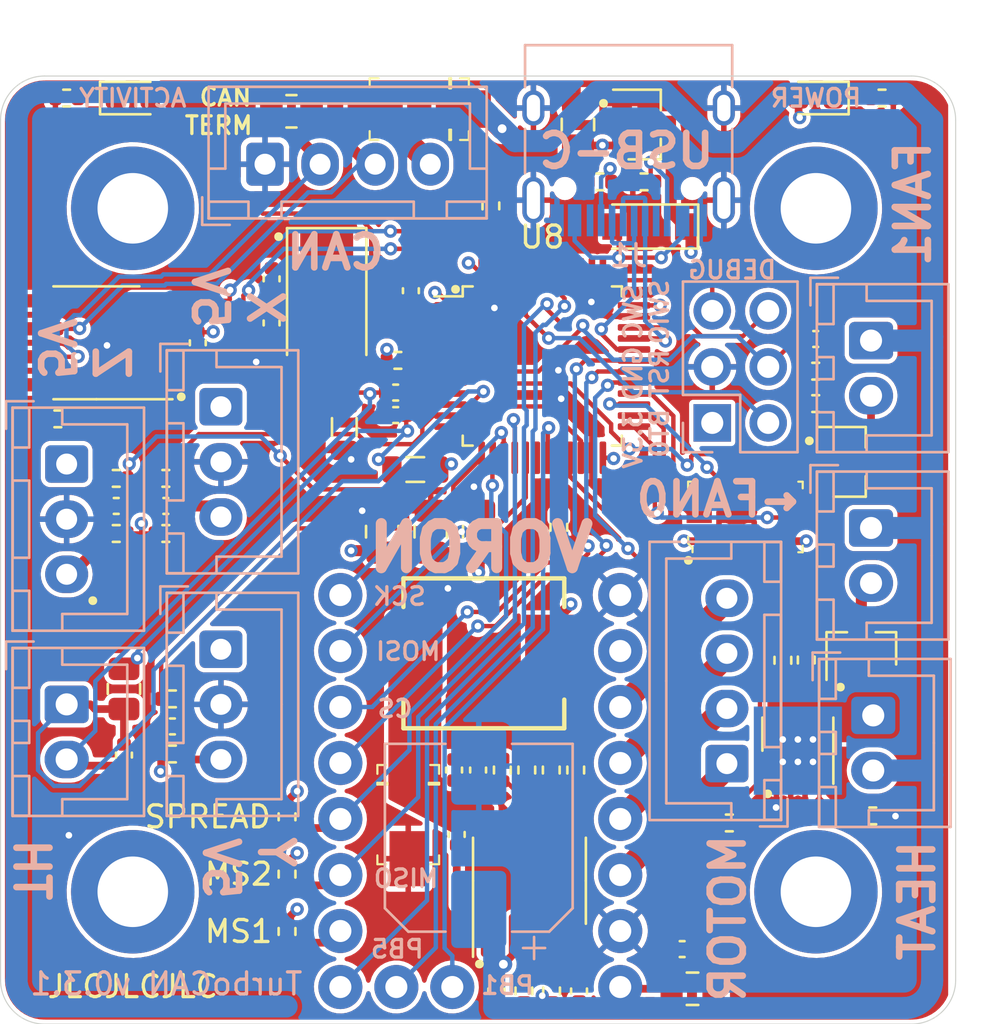
<source format=kicad_pcb>
(kicad_pcb (version 20210722) (generator pcbnew)
  (layers (0 "F.Cu" signal) (1 "In1.Cu" signal) (2 "In2.Cu" signal) (31 "B.Cu" signal) (34 "B.Paste" user) (35 "F.Paste" user) (36 "B.SilkS" user "B.Silkscreen") (37 "F.SilkS" user "F.Silkscreen") (38 "B.Mask" user) (39 "F.Mask" user) (44 "Edge.Cuts" user))
  (net 0 "")
  (net 1 "GND")
  (net 2 "+3V3")
  (net 3 "+24V")
  (net 4 "Net-(C6-Pad1)")
  (net 5 "Net-(C7-Pad1)")
  (net 6 "Net-(C8-Pad1)")
  (net 7 "Net-(C9-Pad2)")
  (net 8 "Net-(C10-Pad1)")
  (net 9 "Net-(C11-Pad1)")
  (net 10 "TH0")
  (net 11 "+5V")
  (net 12 "XTAL0")
  (net 13 "NRST")
  (net 14 "XTAL1")
  (net 15 "VDDA")
  (net 16 "Net-(D1-Pad2)")
  (net 17 "Net-(D2-PadA)")
  (net 18 "PROBEZ")
  (net 19 "LED")
  (net 20 "Net-(J1-PadA5)")
  (net 21 "USBDM")
  (net 22 "USBDP")
  (net 23 "Net-(J1-PadB5)")
  (net 24 "Net-(J2-Pad4)")
  (net 25 "Net-(J2-Pad3)")
  (net 26 "Net-(J2-Pad2)")
  (net 27 "Net-(J2-Pad1)")
  (net 28 "SWDIO")
  (net 29 "SWCLK")
  (net 30 "BOOT0")
  (net 31 "CANL")
  (net 32 "CANH")
  (net 33 "Net-(J11-Pad2)")
  (net 34 "Net-(J12-Pad2)")
  (net 35 "Net-(R3-Pad1)")
  (net 36 "Net-(R4-Pad2)")
  (net 37 "Net-(R10-Pad2)")
  (net 38 "ENDSTOPX")
  (net 39 "ENDSTOPY")
  (net 40 "Net-(R14-Pad1)")
  (net 41 "Net-(R15-Pad1)")
  (net 42 "Net-(R16-Pad1)")
  (net 43 "FAN0")
  (net 44 "FAN1")
  (net 45 "HEAT")
  (net 46 "DIAG")
  (net 47 "INDEX")
  (net 48 "EN")
  (net 49 "MISO")
  (net 50 "INT2")
  (net 51 "INT1_TX")
  (net 52 "CS_RX")
  (net 53 "MOSI_STEP")
  (net 54 "SCK_DIR")
  (net 55 "CANRX")
  (net 56 "CANTX")
  (net 57 "BOOT1")
  (net 58 "/SWITCH")
  (net 59 "A_MISO")
  (net 60 "A_MOSI")
  (net 61 "A_SCK")
  (net 62 "A_CS")
  (net 63 "Net-(R11-Pad2)")
  (net 64 "Net-(C20-Pad1)")
  (net 65 "GNDA")
  (net 66 "Net-(J13-Pad1)")
  (net 67 "Net-(R29-Pad2)")
  (net 68 "Net-(D5-Pad1)")
  (net 69 "Net-(D6-Pad1)")
  (footprint "MountingHole:MountingHole_3.2mm_M3_DIN965_Pad" (layer "F.Cu") (at 51 51)
    (fp_text reference "H4" hide)
    (fp_text value "MountingHole" hide)
  )
  (footprint "MountingHole:MountingHole_3.2mm_M3_DIN965_Pad" (layer "F.Cu") (at 51 20)
    (fp_text reference "H3" hide)
    (fp_text value "MountingHole" hide)
  )
  (footprint "MountingHole:MountingHole_3.2mm_M3_DIN965_Pad" (layer "F.Cu") (at 20 51)
    (fp_text reference "H2" hide)
    (fp_text value "MountingHole" hide)
  )
  (footprint "MountingHole:MountingHole_3.2mm_M3_DIN965_Pad" (layer "F.Cu") (at 20 20)
    (fp_text reference "H1" hide)
    (fp_text value "MountingHole" hide)
  )
  (footprint "Capacitor_SMD:C_0402_1005Metric" (layer "F.Cu") (at 21.8 43.5 180)
    (fp_text reference "C11" hide)
    (fp_text value "100nF" hide)
  )
  (footprint "Resistor_SMD:R_0402_1005Metric" (layer "F.Cu") (at 21.8 42.25)
    (fp_text reference "R13" hide)
    (fp_text value "1k" hide)
  )
  (footprint "Resistor_SMD:R_0402_1005Metric" (layer "F.Cu") (at 21.8 44.75)
    (fp_text reference "R8" hide)
    (fp_text value "10k" hide)
  )
  (footprint "Capacitor_SMD:C_0805_2012Metric" (layer "F.Cu") (at 40.2 16.2 90)
    (fp_text reference "C1" hide)
    (fp_text value "10uF" hide)
  )
  (footprint "Capacitor_SMD:C_0402_1005Metric" (layer "F.Cu") (at 44.93 53.6 180)
    (fp_text reference "C2" hide)
    (fp_text value "100nF" hide)
  )
  (footprint "Capacitor_SMD:C_0402_1005Metric" (layer "F.Cu") (at 22.95 26.1 -90)
    (fp_text reference "C3" hide)
    (fp_text value "100nF" hide)
  )
  (footprint "Capacitor_SMD:C_0402_1005Metric" (layer "F.Cu") (at 36.5 55.498 -90)
    (fp_text reference "C4" hide)
    (fp_text value "100nF" hide)
  )
  (footprint "Capacitor_SMD:C_0805_2012Metric" (layer "F.Cu") (at 45.4 55.4)
    (fp_text reference "C5" hide)
    (fp_text value "10uF" hide)
  )
  (footprint "Capacitor_SMD:C_0402_1005Metric" (layer "F.Cu") (at 40.25 55.498 -90)
    (fp_text reference "C6" hide)
    (fp_text value "10nF" hide)
  )
  (footprint "Capacitor_SMD:C_0402_1005Metric" (layer "F.Cu") (at 34.58 45.478 -90)
    (fp_text reference "C7" hide)
    (fp_text value "1nF" hide)
  )
  (footprint "Capacitor_SMD:C_0402_1005Metric" (layer "F.Cu") (at 35.67 45.478 90)
    (fp_text reference "C8" hide)
    (fp_text value "1pF" hide)
  )
  (footprint "Capacitor_SMD:C_0402_1005Metric" (layer "F.Cu") (at 34.7 48.4 -90)
    (fp_text reference "C9" hide)
    (fp_text value "100nF" hide)
  )
  (footprint "Capacitor_SMD:C_0402_1005Metric" (layer "F.Cu") (at 21.5 33.5 180)
    (fp_text reference "C10" hide)
    (fp_text value "100nF" hide)
  )
  (footprint "Capacitor_SMD:C_0402_1005Metric" (layer "F.Cu") (at 19.6 44.8 -90)
    (fp_text reference "C12" hide)
    (fp_text value "100nF" hide)
  )
  (footprint "Capacitor_SMD:C_0805_2012Metric" (layer "F.Cu") (at 33.52 34.668 90)
    (fp_text reference "C14" hide)
    (fp_text value "22uF" hide)
  )
  (footprint "Capacitor_SMD:C_0805_2012Metric" (layer "F.Cu") (at 35.72 34.668 90)
    (fp_text reference "C15" hide)
    (fp_text value "22uF" hide)
  )
  (footprint "Capacitor_SMD:C_0402_1005Metric" (layer "F.Cu") (at 26.3 23.2 -90)
    (fp_text reference "C16" hide)
    (fp_text value "12pF" hide)
  )
  (footprint "Capacitor_SMD:C_0402_1005Metric" (layer "F.Cu") (at 50.99 25.928)
    (fp_text reference "C17" hide)
    (fp_text value "100nF" hide)
  )
  (footprint "Capacitor_SMD:C_0402_1005Metric" (layer "F.Cu") (at 26.3 25.2 90)
    (fp_text reference "C18" hide)
    (fp_text value "12pF" hide)
  )
  (footprint "Capacitor_SMD:C_0402_1005Metric" (layer "F.Cu") (at 31.93 28.358 180)
    (fp_text reference "C19" hide)
    (fp_text value "10nF" hide)
  )
  (footprint "digikey-footprints:DO-214AC" (layer "F.Cu") (at 33 15.5 180)
    (fp_text reference "D2" hide)
    (fp_text value "SS54" hide)
  )
  (footprint "digikey-footprints:DO-214AC" (layer "F.Cu") (at 32.5 47.5 -90)
    (fp_text reference "D3" hide)
    (fp_text value "SS54" hide)
  )
  (footprint "LED_SMD:LED_0603_1608Metric" (layer "F.Cu") (at 20 15)
    (fp_text reference "D5" hide)
    (fp_text value "LED_Red" hide)
  )
  (footprint "LED_SMD:LED_0603_1608Metric" (layer "F.Cu") (at 51 15 180)
    (fp_text reference "D6" hide)
    (fp_text value "LED_Green" hide)
  )
  (footprint "KiCAD-Components:L_SMD_7.3x6.8" (layer "F.Cu") (at 35.9 40.15)
    (fp_text reference "L1" hide)
    (fp_text value "6.8uH" hide)
  )
  (footprint "Inductor_SMD:L_0805_2012Metric" (layer "F.Cu") (at 32.82 31.848 180)
    (fp_text reference "L2" hide)
    (fp_text value "Ferrite bead")
  )
  (footprint "Resistor_SMD:R_0402_1005Metric" (layer "F.Cu") (at 41.2 18.8 180)
    (fp_text reference "R1" hide)
    (fp_text value "5.1k" hide)
  )
  (footprint "Resistor_SMD:R_0402_1005Metric" (layer "F.Cu") (at 43.2 18.8 180)
    (fp_text reference "R2" hide)
    (fp_text value "5.1k" hide)
  )
  (footprint "Resistor_SMD:R_0402_1005Metric" (layer "F.Cu") (at 16.6 29.55)
    (fp_text reference "R3" hide)
    (fp_text value "1k" hide)
  )
  (footprint "Resistor_SMD:R_0402_1005Metric" (layer "F.Cu") (at 39.003332 55.498 90)
    (fp_text reference "R4" hide)
    (fp_text value "330k" hide)
  )
  (footprint "Resistor_SMD:R_0402_1005Metric" (layer "F.Cu") (at 37.746666 55.498 -90)
    (fp_text reference "R5" hide)
    (fp_text value "68k" hide)
  )
  (footprint "Resistor_SMD:R_0402_1005Metric" (layer "F.Cu") (at 36.77 45.478 90)
    (fp_text reference "R6" hide)
    (fp_text value "68k" hide)
  )
  (footprint "Resistor_SMD:R_0402_1005Metric" (layer "F.Cu") (at 21.5 34.75)
    (fp_text reference "R7" hide)
    (fp_text value "10k" hide)
  )
  (footprint "Resistor_SMD:R_0805_2012Metric" (layer "F.Cu") (at 19.6 41.8 -90)
    (fp_text reference "R9" hide)
    (fp_text value "4.7k")
  )
  (footprint "Resistor_SMD:R_0402_1005Metric" (layer "F.Cu") (at 40.1 45.478 -90)
    (fp_text reference "R10" hide)
    (fp_text value "10k" hide)
  )
  (footprint "Resistor_SMD:R_0402_1005Metric" (layer "F.Cu") (at 38.99 45.478 90)
    (fp_text reference "R11" hide)
    (fp_text value "1.2k" hide)
  )
  (footprint "Resistor_SMD:R_0402_1005Metric" (layer "F.Cu") (at 21.5 32.25)
    (fp_text reference "R12" hide)
    (fp_text value "1k" hide)
  )
  (footprint "Resistor_SMD:R_0402_1005Metric" (layer "F.Cu") (at 50.56 40.488 90)
    (fp_text reference "R15" hide)
    (fp_text value "10k" hide)
  )
  (footprint "Resistor_SMD:R_0402_1005Metric" (layer "F.Cu") (at 53.58 47.558)
    (fp_text reference "R16" hide)
    (fp_text value "10k" hide)
  )
  (footprint "Resistor_SMD:R_0402_1005Metric" (layer "F.Cu") (at 50.99 28.858)
    (fp_text reference "R17" hide)
    (fp_text value "100" hide)
  )
  (footprint "Resistor_SMD:R_0402_1005Metric" (layer "F.Cu") (at 49.5 40.5 -90)
    (fp_text reference "R18" hide)
    (fp_text value "100" hide)
  )
  (footprint "Resistor_SMD:R_0402_1005Metric" (layer "F.Cu") (at 47.07 47.878)
    (fp_text reference "R19" hide)
    (fp_text value "100" hide)
  )
  (footprint "Resistor_SMD:R_0402_1005Metric" (layer "F.Cu") (at 36.25 19.89 90)
    (fp_text reference "R21" hide)
    (fp_text value "10k" hide)
  )
  (footprint "Resistor_SMD:R_0402_1005Metric" (layer "F.Cu") (at 39.3326 34.468 -90)
    (fp_text reference "R22" hide)
    (fp_text value "10k" hide)
  )
  (footprint "Resistor_SMD:R_0402_1005Metric" (layer "F.Cu") (at 17 15 180)
    (fp_text reference "R23" hide)
    (fp_text value "1k" hide)
  )
  (footprint "Resistor_SMD:R_0402_1005Metric" (layer "F.Cu") (at 54 15)
    (fp_text reference "R24" hide)
    (fp_text value "1k" hide)
  )
  (footprint "Package_TO_SOT_SMD:SOT-23" (layer "F.Cu") (at 43.2 16.2)
    (fp_text reference "U1" hide)
    (fp_text value "AP2127N-3.3" hide)
  )
  (footprint "Package_SO:SOIC-8_3.9x4.9mm_P1.27mm" (layer "F.Cu") (at 18.35 26.1 180)
    (fp_text reference "U3" hide)
    (fp_text value "SN65HVD230" hide)
  )
  (footprint "Package_TO_SOT_SMD:SOT-23" (layer "F.Cu") (at 52.5 31.5)
    (fp_text reference "U5" hide)
    (fp_text value "AO3400A" hide)
  )
  (footprint "Package_TO_SOT_SMD:SOT-23" (layer "F.Cu") (at 53.06 39.988 90)
    (fp_text reference "U6" hide)
    (fp_text value "AO3400A" hide)
  )
  (footprint "Crystal:Crystal_SMD_5032-2Pin_5.0x3.2mm" (layer "F.Cu") (at 28.8 23.95 -90)
    (fp_text reference "Y1" hide)
    (fp_text value "Crystal" hide)
  )
  (footprint "Resistor_SMD:R_0402_1005Metric" (layer "F.Cu") (at 50.99 27.388)
    (fp_text reference "R14" hide)
    (fp_text value "10k" hide)
  )
  (footprint "digikey-footprints:LGA-14_3x5mm_RevA" (layer "F.Cu") (at 47.8 34)
    (fp_text reference "U9" hide)
    (fp_text value "ADXL345BCCZ" hide)
  )
  (footprint "Diode_SMD:D_SOD-123" (layer "F.Cu") (at 43.4076 20.828 180)
    (fp_text reference "D1" hide)
    (fp_text value "BAT42W-V" hide)
  )
  (footprint "Resistor_SMD:R_0402_1005Metric" (layer "F.Cu") (at 37.88 45.478 90)
    (fp_text reference "R25" hide)
    (fp_text value "680" hide)
  )
  (footprint "Resistor_SMD:R_0805_2012Metric" (layer "F.Cu") (at 27.2 15.6)
    (fp_text reference "R26" hide)
    (fp_text value "120Ohm")
  )
  (footprint "Capacitor_SMD:C_0402_1005Metric" (layer "F.Cu") (at 19.25 33.5)
    (fp_text reference "C20" hide)
    (fp_text value "100nF")
  )
  (footprint "Resistor_SMD:R_0402_1005Metric" (layer "F.Cu") (at 19.25 34.75 180)
    (fp_text reference "R27" hide)
    (fp_text value "10k")
  )
  (footprint "Resistor_SMD:R_0402_1005Metric" (layer "F.Cu") (at 19.25 32.25 180)
    (fp_text reference "R28" hide)
    (fp_text value "1k")
  )
  (footprint "Capacitor_SMD:C_0402_1005Metric" (layer "F.Cu") (at 32.62 23.738 -90)
    (fp_text reference "C22" hide)
    (fp_text value "100nF")
  )
  (footprint "Capacitor_SMD:C_0402_1005Metric" (layer "F.Cu") (at 31.93 29.378 180)
    (fp_text reference "C23" hide)
    (fp_text value "1uF")
  )
  (footprint "Inductor_SMD:L_0805_2012Metric" (layer "F.Cu") (at 29.6 29.918 90)
    (fp_text reference "L3" hide)
    (fp_text value "Ferrite bead")
  )
  (footprint "Resistor_SMD:R_0402_1005Metric" (layer "F.Cu") (at 27 52.8 -90)
    (fp_text reference "R29" hide)
    (fp_text value "DNP")
  )
  (footprint "Resistor_SMD:R_0402_1005Metric" (layer "F.Cu") (at 27 50.2 -90)
    (fp_text reference "R30" hide)
    (fp_text value "DNP")
  )
  (footprint "Resistor_SMD:R_0402_1005Metric" (layer "F.Cu") (at 27 47.6 -90)
    (fp_text reference "R31" hide)
    (fp_text value "DNP")
  )
  (footprint "Package_SO:SOIC-8_3.9x4.9mm_P1.27mm" (layer "F.Cu") (at 38 50.5 90)
    (fp_text reference "U4" hide)
    (fp_text value "TPS54331" hide)
  )
  (footprint "turbocan:DFN-8-1EP_3x3mm_P0.65mm_EP1.7x2.05mm_Thermal_Pad" (layer "F.Cu") (at 50.18 44.6 90)
    (fp_text reference "U7" hide)
    (fp_text value "AON7400A")
  )
  (footprint "Resistor_SMD:R_0402_1005Metric" (layer "F.Cu") (at 32.03 26.898)
    (fp_text reference "R20" hide)
    (fp_text value "10k" hide)
  )
  (footprint "Package_QFP:LQFP-48_7x7mm_P0.5mm" (layer "F.Cu") (at 38.5826 27.1526)
    (fp_text reference "U8")
    (fp_text value "STM32F103C8Tx")
  )
  (footprint "Capacitor_SMD:C_0805_2012Metric" (layer "F.Cu") (at 31.32 34.668 90)
    (fp_text reference "C13" hide)
    (fp_text value "22uF" hide)
  )
  (footprint "Connector_JST:JST_XH_B4B-XH-A_1x04_P2.50mm_Vertical" (layer "B.Cu") (at 46.96 45.188 90)
    (fp_text reference "J2" hide)
    (fp_text value "STEPPER" hide)
  )
  (footprint "Connector_JST:JST_XH_B3B-XH-A_1x03_P2.50mm_Vertical" (layer "B.Cu") (at 24 29 -90)
    (fp_text reference "J7" hide)
    (fp_text value "ENDSTOPX" hide)
  )
  (footprint "Connector_JST:JST_XH_B3B-XH-A_1x03_P2.50mm_Vertical" (layer "B.Cu") (at 24 40 -90)
    (fp_text reference "J8" hide)
    (fp_text value "ENDSTOPY" hide)
  )
  (footprint "Connector_JST:JST_XH_B2B-XH-A_1x02_P2.50mm_Vertical" (layer "B.Cu") (at 17 42.5 -90)
    (fp_text reference "J9" hide)
    (fp_text value "TH0" hide)
  )
  (footprint "Connector_JST:JST_XH_B2B-XH-A_1x02_P2.50mm_Vertical" (layer "B.Cu") (at 53.5 26 -90)
    (fp_text reference "J11" hide)
    (fp_text value "FAN0" hide)
  )
  (footprint "Connector_JST:JST_XH_B2B-XH-A_1x02_P2.50mm_Vertical" (layer "B.Cu") (at 53.5 34.5 -90)
    (fp_text reference "J12" hide)
    (fp_text value "FAN1" hide)
  )
  (footprint "Connector_JST:JST_XH_B2B-XH-A_1x02_P2.50mm_Vertical" (layer "B.Cu") (at 53.6 43 -90)
    (fp_text reference "J13" hide)
    (fp_text value "HEAT")
  )
  (footprint "Connector_JST:JST_XH_B3B-XH-A_1x03_P2.50mm_Vertical" (layer "B.Cu") (at 17 31.6 -90)
    (fp_text reference "J14" hide)
    (fp_text value "PROBE" hide)
  )
  (footprint "user:TMC2209StepStick" (layer "B.Cu") (at 34.5 35 180)
    (fp_text reference "U2" hide)
    (fp_text value "TMC2209StepStick" hide)
  )
  (footprint "Connector_PinHeader_2.54mm:PinHeader_2x03_P2.54mm_Vertical" (layer "B.Cu") (at 46.295 29.733)
    (fp_text reference "J5" hide)
    (fp_text value "DEBUG" hide)
  )
  (footprint "Connector_USB:USB_C_Receptacle_HRO_TYPE-C-31-M-12" (layer "B.Cu") (at 42.5 16.5)
    (fp_text reference "J1")
    (fp_text value "USB_C_Receptacle_USB2.0")
  )
  (footprint "Capacitor_SMD:CP_Elec_8x10" (layer "B.Cu") (at 35.7 48.55 90)
    (fp_text reference "C21" hide)
    (fp_text value "100uF")
  )
  (footprint "Connector_JST:JST_XH_B4B-XH-A_1x04_P2.50mm_Vertical" (layer "B.Cu") (at 26 18)
    (fp_text reference "J10" hide)
    (fp_text value "CAN_PORT" hide)
  )
  (gr_circle (center 26.6192 21.2852) (end 26.7192 21.2852) (layer "F.SilkS") (width 0.2) (fill none))
  (gr_circle (center 45.212 35.9664) (end 45.312 35.9664) (layer "F.SilkS") (width 0.2) (fill none))
  (gr_circle (center 18.1864 37.7952) (end 18.2864 37.7952) (layer "F.SilkS") (width 0.2) (fill none))
  (gr_circle (center 52.11 41.718) (end 52.21 41.718) (layer "F.SilkS") (width 0.2) (fill none))
  (gr_circle (center 50.7 30.548) (end 50.8 30.548) (layer "F.SilkS") (width 0.2) (fill none))
  (gr_circle (center 48.81 46.558) (end 48.91 46.558) (layer "F.SilkS") (width 0.2) (fill none))
  (gr_circle (center 41.36 15.238) (end 41.46 15.238) (layer "F.SilkS") (width 0.2) (fill none))
  (gr_circle (center 34.6456 23.6728) (end 34.7456 23.6728) (layer "F.SilkS") (width 0.2) (fill none))
  (gr_circle (center 35.73 54.278) (end 35.83 54.278) (layer "F.SilkS") (width 0.2) (fill none))
  (gr_circle (center 22.1996 28.5496) (end 22.2996 28.5496) (layer "F.SilkS") (width 0.2) (fill none))
  (gr_arc (start 16 55) (end 14 55) (angle -90) (layer "Edge.Cuts") (width 0.05))
  (gr_arc (start 55.34 55) (end 55.34 57) (angle -90) (layer "Edge.Cuts") (width 0.05))
  (gr_arc (start 55.34 16) (end 57.34 16) (angle -90) (layer "Edge.Cuts") (width 0.05))
  (gr_arc (start 16 16) (end 16 14) (angle -90) (layer "Edge.Cuts") (width 0.05))
  (gr_line (start 14 55) (end 14 16) (layer "Edge.Cuts") (width 0.05))
  (gr_line (start 55.34 57) (end 16 57) (layer "Edge.Cuts") (width 0.05))
  (gr_line (start 57.34 16) (end 57.34 55) (layer "Edge.Cuts") (width 0.05))
  (gr_line (start 16 14) (end 55.34 14) (layer "Edge.Cuts") (width 0.05))
  (gr_text "TH" (at 15.4 50 -90) (layer "B.SilkS") (effects (font (size 1.5 1.5) (thickness 0.3)) (justify mirror)))
  (gr_text "←FAN0" (at 46.6 33.2) (layer "B.SilkS") (effects (font (size 1.5 1.5) (thickness 0.3)) (justify mirror)))
  (gr_text "Z" (at 19 27 -90) (layer "B.SilkS") (effects (font (size 1.5 1.5) (thickness 0.3)) (justify mirror)))
  (gr_text "CAN" (at 29.2 22) (layer "B.SilkS") (effects (font (size 1.5 1.5) (thickness 0.3)) (justify mirror)))
  (gr_text "USB-C" (at 42.4 17.4) (layer "B.SilkS") (effects (font (size 1.5 1.5) (thickness 0.3)) (justify mirror)))
  (gr_text "BT0" (at 43.9 30.2 90) (layer "B.SilkS") (effects (font (size 0.8 0.8)) (justify mirror)))
  (gr_text "DEBUG" (at 47.2 22.8) (layer "B.SilkS") (effects (font (size 0.8 0.8)) (justify mirror)))
  (gr_text "PB5" (at 32 53.6) (layer "B.SilkS") (effects (font (size 0.8 0.8)) (justify mirror)))
  (gr_text "PB1" (at 37 55.25) (layer "B.SilkS") (effects (font (size 0.8 0.8)) (justify mirror)))
  (gr_text "5V" (at 24 51.5 -90) (layer "B.SilkS") (effects (font (size 1.5 1.5) (thickness 0.3)) (justify left mirror)))
  (gr_text "POWER" (at 51 15) (layer "B.SilkS") (effects (font (size 0.8 0.8)) (justify mirror)))
  (gr_text "Y" (at 26.5 49.2 270) (layer "B.SilkS") (effects (font (size 1.5 1.5) (thickness 0.3)) (justify mirror)))
  (gr_text "MOSI" (at 32.5 40.1) (layer "B.SilkS") (effects (font (size 0.8 0.8)) (justify mirror)))
  (gr_text "MOTOR" (at 47 52.2 90) (layer "B.SilkS") (effects (font (size 1.5 1.5) (thickness 0.3)) (justify mirror)))
  (gr_text "FAN1" (at 55.4 19.8 90) (layer "B.SilkS") (effects (font (size 1.5 1.5) (thickness 0.3)) (justify mirror)))
  (gr_text "MISO" (at 32.4 50.4) (layer "B.SilkS") (effects (font (size 0.8 0.8)) (justify mirror)))
  (gr_text "3.3V" (at 42.7 30.5 90) (layer "B.SilkS") (effects (font (size 0.8 0.8)) (justify mirror)))
  (gr_text "ACTIVITY" (at 20 15) (layer "B.SilkS") (effects (font (size 0.8 0.8)) (justify mirror)))
  (gr_text "SWIO" (at 43.9 24.7 90) (layer "B.SilkS") (effects (font (size 0.8 0.8)) (justify mirror)))
  (gr_text "GND" (at 42.7 27.5 90) (layer "B.SilkS") (effects (font (size 0.8 0.8)) (justify mirror)))
  (gr_text "SWC" (at 42.7 24.7 90) (layer "B.SilkS") (effects (font (size 0.8 0.8)) (justify mirror)))
  (gr_text "HEAT" (at 55.6 51.4 90) (layer "B.SilkS") (effects (font (size 1.5 1.5) (thickness 0.3)) (justify mirror)))
  (gr_text "5V" (at 23.5 22.5 -90) (layer "B.SilkS") (effects (font (size 1.5 1.5) (thickness 0.3)) (justify right mirror)))
  (gr_text "X" (at 26 24.5 -90) (layer "B.SilkS") (effects (font (size 1.5 1.5) (thickness 0.3)) (justify mirror)))
  (gr_text "SCK" (at 32.1 37.6) (layer "B.SilkS") (effects (font (size 0.8 0.8)) (justify mirror)))
  (gr_text "CS" (at 31.9 42.7) (layer "B.SilkS") (effects (font (size 0.8 0.8)) (justify mirror)))
  (gr_text "VORON" (at 35.8 35.4) (layer "B.SilkS") (effects (font (size 2 2) (thickness 0.5)) (justify mirror)))
  (gr_text "TurboCAN v0.3.1" (at 21.52 55.178) (layer "B.SilkS") (effects (font (size 1 1)) (justify mirror)))
  (gr_text "RST" (at 43.9 27.5 90) (layer "B.SilkS") (effects (font (size 0.8 0.8)) (justify mirror)))
  (gr_text "5V" (at 16.52 24.828 -90) (layer "B.SilkS") (effects (font (size 1.5 1.5) (thickness 0.3)) (justify right mirror)))
  (gr_text "SPREAD" (at 23.4 47.6) (layer "F.SilkS") (effects (font (size 1 1))))
  (gr_text "MS2" (at 24.8 50.2) (layer "F.SilkS") (effects (font (size 1 1))))
  (gr_text " CAN\nTERM" (at 23.9 15.6) (layer "F.SilkS") (effects (font (size 0.8 0.8))))
  (gr_text "JLCJLCJLC" (at 20 55.3) (layer "F.SilkS") (effects (font (size 1 1))))
  (gr_text "MS1" (at 24.8 52.8) (layer "F.SilkS") (effects (font (size 1 1))))
  (segment (start 37.365 47.684246) (end 37.365 48.025) (width 0.2) (layer "F.Cu") (net 1))
  (segment (start 29.6 30.9805) (end 29.6 31.078) (width 0.2) (layer "F.Cu") (net 1))
  (segment (start 54.6 47.558) (end 54.61 47.568) (width 0.2) (layer "F.Cu") (net 1))
  (segment (start 54.09 47.558) (end 54.6 47.558) (width 0.2) (layer "F.Cu") (net 1))
  (segment (start 29.6 31.078) (end 29.91 31.388) (width 0.2) (layer "F.Cu") (net 1))
  (segment (start 35.67 44.998) (end 35.54 44.998) (width 0.2) (layer "F.Cu") (net 1))
  (segment (start 31.32 33.718) (end 30.41 33.718) (width 0.2) (layer "F.Cu") (net 1))
  (segment (start 36.218298 46.537544) (end 37.365 47.684246) (width 0.2) (layer "F.Cu") (net 1))
  (segment (start 35.54 44.998) (end 34.58 45.958) (width 0.2) (layer "F.Cu") (net 1))
  (segment (start 35.159544 46.537544) (end 36.218298 46.537544) (width 0.2) (layer "F.Cu") (net 1))
  (segment (start 34.58 45.958) (end 35.159544 46.537544) (width 0.2) (layer "F.Cu") (net 1))
  (via (at 36.41 24.518) (size 0.6) (drill 0.3) (layers "F.Cu" "B.Cu") (net 1))
  (via (at 39.44 28.638) (size 0.6) (drill 0.3) (layers "F.Cu" "B.Cu") (net 1))
  (via (at 39.312618 27.346875) (size 0.6) (drill 0.3) (layers "F.Cu" "B.Cu") (net 1))
  (via (at 29.91 31.388) (size 0.6) (drill 0.3) (layers "F.Cu" "B.Cu") (net 1))
  (via (at 49.19 47.178) (size 0.6) (drill 0.3) (layers "F.Cu" "B.Cu") (net 1))
  (via (at 54.61 47.568) (size 0.6) (drill 0.3) (layers "F.Cu" "B.Cu") (net 1))
  (via (at 40.8095 24.246168) (size 0.6) (drill 0.3) (layers "F.Cu" "B.Cu") (net 1))
  (via (at 34.3 37.238) (size 0.6) (drill 0.3) (layers "F.Cu" "B.Cu") (net 1))
  (via (at 30.41 33.718) (size 0.6) (drill 0.3) (layers "F.Cu" "B.Cu") (net 1))
  (via (at 25.6 26.968) (size 0.6) (drill 0.3) (layers "F.Cu" "B.Cu") (net 1))
  (via (at 35.48 32.628) (size 0.6) (drill 0.3) (layers "F.Cu" "B.Cu") (net 1))
  (via (at 17.1 48.438) (size 0.6) (drill 0.3) (layers "F.Cu" "B.Cu") (net 1))
  (via (at 18.83 26.218) (size 0.6) (drill 0.3) (layers "F.Cu" "B.Cu") (net 1))
  (segment (start 45.0195 35.0975) (end 45.01 35.088) (width 0.35) (layer "F.Cu") (net 2))
  (segment (start 31.52 26.4095) (end 31.53 26.3995) (width 0.2) (layer "F.Cu") (net 2))
  (segment (start 33.8825 31.848) (end 34.202178 31.848) (width 0.2) (layer "F.Cu") (net 2))
  (segment (start 41.7871 31.3151) (end 41.82 31.348) (width 0.2) (layer "F.Cu") (net 2))
  (segment (start 42.7451 24.4026) (end 43.9254 24.4026) (width 0.2) (layer "F.Cu") (net 2))
  (segment (start 21.29 44.75) (end 21.29 45.508) (width 0.35) (layer "F.Cu") (net 2))
  (segment (start 49.8 35.0975) (end 50.5505 35.0975) (width 0.35) (layer "F.Cu") (net 2))
  (segment (start 27 52.248) (end 27.46 51.788) (width 0.35) (layer "F.Cu") (net 2))
  (segment (start 50.2125 15) (end 50.2125 15.8405) (width 0.35) (layer "F.Cu") (net 2))
  (segment (start 34.202178 31.848) (end 34.456089 31.594089) (width 0.2) (layer "F.Cu") (net 2))
  (segment (start 20.99 34.75) (end 20.388 34.75) (width 0.2) (layer "F.Cu") (net 2))
  (segment (start 34.4201 24.4026) (end 32.8046 24.4026) (width 0.2) (layer "F.Cu") (net 2))
  (segment (start 35.8326 22.9901) (end 35.3205 22.478) (width 0.2) (layer "F.Cu") (net 2))
  (segment (start 20.825 25.465) (end 22.795 25.465) (width 0.2) (layer "F.Cu") (net 2))
  (segment (start 20.388 34.75) (end 20.388 34.3) (width 0.2) (layer "F.Cu") (net 2))
  (segment (start 27.008 49.69) (end 27.46 49.238) (width 0.35) (layer "F.Cu") (net 2))
  (segment (start 42.2 17.15) (end 41.322 17.15) (width 0.35) (layer "F.Cu") (net 2))
  (segment (start 22.795 25.465) (end 22.95 25.62) (width 0.2) (layer "F.Cu") (net 2))
  (segment (start 43.9254 24.4026) (end 43.93 24.398) (width 0.2) (layer "F.Cu") (net 2))
  (segment (start 31.52 26.898) (end 31.52 26.4095) (width 0.2) (layer "F.Cu") (net 2))
  (segment (start 22.95 25.62) (end 23.628 25.62) (width 0.2) (layer "F.Cu") (net 2))
  (segment (start 50.2125 15.8405) (end 50.26 15.888) (width 0.35) (layer "F.Cu") (net 2))
  (segment (start 41.322 17.15) (end 41.31 17.138) (width 0.35) (layer "F.Cu") (net 2))
  (segment (start 27 49.69) (end 27.008 49.69) (width 0.35) (layer "F.Cu") (net 2))
  (segment (start 41.298 17.15) (end 41.31 17.138) (width 0.35) (layer "F.Cu") (net 2))
  (segment (start 40.2 17.15) (end 41.298 17.15) (width 0.35) (layer "F.Cu") (net 2))
  (segment (start 27 47.09) (end 27 46.898) (width 0.35) (layer "F.Cu") (net 2))
  (segment (start 20.388 34.75) (end 19.76 34.75) (width 0.2) (layer "F.Cu") (net 2))
  (segment (start 23.628 25.62) (end 23.65 25.598) (width 0.2) (layer "F.Cu") (net 2))
  (segment (start 41.3326 31.3151) (end 41.7871 31.3151) (width 0.2) (layer "F.Cu") (net 2))
  (segment (start 45.8 35.0975) (end 45.0195 35.0975) (width 0.35) (layer "F.Cu") (net 2))
  (segment (start 50.5505 35.0975) (end 50.56 35.088) (width 0.35) (layer "F.Cu") (net 2))
  (segment (start 33.8355 23.818) (end 33.71 23.818) (width 0.2) (layer "F.Cu") (net 2))
  (segment (start 34.4201 24.4026) (end 33.8355 23.818) (width 0.2) (layer "F.Cu") (net 2))
  (segment (start 21.29 45.508) (end 21.26 45.538) (width 0.35) (layer "F.Cu") (net 2))
  (segment (start 32.8046 24.4026) (end 32.62 24.218) (width 0.2) (layer "F.Cu") (net 2))
  (segment (start 27 52.29) (end 27 52.248) (width 0.35) (layer "F.Cu") (net 2))
  (segment (start 20.388 34.3) (end 20.39 34.298) (width 0.2) (layer "F.Cu") (net 2))
  (segment (start 27 46.898) (end 27.46 46.438) (width 0.35) (layer "F.Cu") (net 2))
  (segment (start 35.3205 22.478) (end 35.23 22.478) (width 0.2) (layer "F.Cu") (net 2))
  (via (at 27.46 49.238) (size 0.6) (drill 0.3) (layers "F.Cu" "B.Cu") (net 2))
  (via (at 27.46 46.438) (size 0.6) (drill 0.3) (layers "F.Cu" "B.Cu") (net 2))
  (via (at 34.456089 31.594089) (size 0.6) (drill 0.3) (layers "F.Cu" "B.Cu") (net 2))
  (via (at 20.39 34.298) (size 0.6) (drill 0.3) (layers "F.Cu" "B.Cu") (net 2))
  (via (at 41.82 31.348) (size 0.6) (drill 0.3) (layers "F.Cu" "B.Cu") (net 2))
  (via (at 23.65 25.598) (size 0.6) (drill 0.3) (layers "F.Cu" "B.Cu") (net 2))
  (via (at 43.93 24.398) (size 0.6) (drill 0.3) (layers "F.Cu" "B.Cu") (net 2))
  (via (at 45.01 35.088) (size 0.6) (drill 0.3) (layers "F.Cu" "B.Cu") (net 2))
  (via (at 50.56 35.088) (size 0.6) (drill 0.3) (layers "F.Cu" "B.Cu") (net 2))
  (via (at 31.53 26.3995) (size 0.6) (drill 0.3) (layers "F.Cu" "B.Cu") (net 2))
  (via (at 35.23 22.478) (size 0.6) (drill 0.3) (layers "F.Cu" "B.Cu") (net 2))
  (via (at 41.31 17.138) (size 0.6) (drill 0.3) (layers "F.Cu" "B.Cu") (net 2))
  (via (at 50.26 15.888) (size 0.6) (drill 0.3) (layers "F.Cu" "B.Cu") (net 2))
  (via (at 33.71 23.818) (size 0.6) (drill 0.3) (layers "F.Cu" "B.Cu") (net 2))
  (via (at 21.26 45.538) (size 0.6) (drill 0.3) (layers "F.Cu" "B.Cu") (net 2))
  (via (at 27.46 51.788) (size 0.6) (drill 0.3) (layers "F.Cu" "B.Cu") (net 2))
  (segment (start 36.5 54.60381) (end 36.817246 54.286564) (width 0.35) (layer "F.Cu") (net 3))
  (segment (start 38.873919 56.008) (end 38.579669 55.71375) (width 0.2) (layer "F.Cu") (net 3))
  (segment (start 42.2 55.4) (end 42.12 55.32) (width 0.35) (layer "F.Cu") (net 3))
  (segment (start 39.003332 56.008) (end 38.873919 56.008) (width 0.2) (layer "F.Cu") (net 3))
  (segment (start 35 15.5) (end 35.872 15.5) (width 1) (layer "F.Cu") (net 3))
  (segment (start 35.872 15.5) (end 36.76 16.388) (width 1) (layer "F.Cu") (net 3))
  (segment (start 44.45 55.4) (end 42.2 55.4) (width 0.35) (layer "F.Cu") (net 3))
  (segment (start 36.5 55.018) (end 36.5 54.60381) (width 0.35) (layer "F.Cu") (net 3))
  (segment (start 44.45 55.4) (end 44.45 53.6) (width 0.35) (layer "F.Cu") (net 3))
  (segment (start 37.365 53.73881) (end 36.817246 54.286564) (width 0.35) (layer "F.Cu") (net 3))
  (segment (start 37.365 52.975) (end 37.365 53.73881) (width 0.35) (layer "F.Cu") (net 3))
  (via (at 36.76 16.388) (size 0.8) (drill 0.4) (layers "F.Cu" "B.Cu") (net 3))
  (via (at 38.579669 55.71375) (size 0.6) (drill 0.3) (layers "F.Cu" "B.Cu") (net 3))
  (via (at 36.817246 54.286564) (size 0.8) (drill 0.4) (layers "F.Cu" "B.Cu") (net 3))
  (segment (start 56.254318 55.227637) (end 56.242842 55.283683) (width 1) (layer "B.Cu") (net 3))
  (segment (start 14.851437 55.553118) (end 14.877408 55.60409) (width 1) (layer "B.Cu") (net 3))
  (segment (start 56.27499 54.991881) (end 56.273523 55.057196) (width 1) (layer "B.Cu") (net 3))
  (segment (start 55.960027 55.838737) (end 55.946882 55.853119) (width 1) (layer "B.Cu") (net 3))
  (segment (start 15.552058 56.193517) (end 15.570585 56.2) (width 1) (layer "B.Cu") (net 3))
  (segment (start 15.395902 56.122587) (end 15.446881 56.148561) (width 1) (layer "B.Cu") (net 3))
  (segment (start 56.228867 55.339143) (end 56.21241 55.393948) (width 1) (layer "B.Cu") (net 3))
  (segment (start 56.273523 55.057196) (end 56.269673 55.114293) (width 1) (layer "B.Cu") (net 3))
  (segment (start 14.877408 55.60409) (end 14.905642 55.653849) (width 1) (layer "B.Cu") (net 3))
  (segment (start 15.942809 14.726474) (end 15.885747 14.730321) (width 1) (layer "B.Cu") (net 3))
  (segment (start 56.098 26) (end 56.27499 25.82301) (width 1) (layer "B.Cu") (net 3))
  (segment (start 37.35001 16.95001) (end 38.84999 16.95001) (width 1) (layer "B.Cu") (net 3))
  (segment (start 39.62648 56.5755) (end 39.92699 56.27499) (width 0.35) (layer "B.Cu") (net 3))
  (segment (start 55.501011 56.17223) (end 55.447951 56.193514) (width 1) (layer "B.Cu") (net 3))
  (segment (start 56.27499 25.82301) (end 56.27499 26.32501) (width 1) (layer "B.Cu") (net 3))
  (segment (start 14.730321 55.11425) (end 14.736727 55.171109) (width 1) (layer "B.Cu") (net 3))
  (segment (start 14.806482 15.55206) (end 14.787582 15.606072) (width 1) (layer "B.Cu") (net 3))
  (segment (start 14.787588 55.39395) (end 14.806478 55.447931) (width 1) (layer "B.Cu") (net 3))
  (segment (start 56.14856 55.553121) (end 56.122584 55.604103) (width 1) (layer "B.Cu") (net 3))
  (segment (start 56.27499 16.008084) (end 56.27499 25.82301) (width 1) (layer "B.Cu") (net 3))
  (segment (start 56.031342 55.749311) (end 55.996681 55.794833) (width 1) (layer "B.Cu") (net 3))
  (segment (start 56.27499 34.32301) (end 56.27499 34.72501) (width 1) (layer "B.Cu") (net 3))
  (segment (start 55.283675 56.242845) (end 55.227639 56.254319) (width 1) (layer "B.Cu") (net 3))
  (segment (start 56.27499 34.72501) (end 56.27499 43.12501) (width 1) (layer "B.Cu") (net 3))
  (segment (start 39.02 56.5755) (end 39.62648 56.5755) (width 0.35) (layer "B.Cu") (net 3))
  (segment (start 14.877411 15.395904) (end 14.851438 15.446881) (width 1) (layer "B.Cu") (net 3))
  (segment (start 15.161263 55.960029) (end 15.205159 55.996676) (width 1) (layer "B.Cu") (net 3))
  (segment (start 55.996681 55.794833) (end 55.960027 55.838737) (width 1) (layer "B.Cu") (net 3))
  (segment (start 55.853115 55.946886) (end 55.838739 55.960026) (width 1) (layer "B.Cu") (net 3))
  (segment (start 55.553125 56.148558) (end 55.501011 56.17223) (width 1) (layer "B.Cu") (net 3))
  (segment (start 15.03997 15.161263) (end 15.003323 15.205159) (width 1) (layer "B.Cu") (net 3))
  (segment (start 42.12 55.32) (end 42.12 56.078) (width 1) (layer "B.Cu") (net 3))
  (segment (start 14.96866 15.250685) (end 14.936068 15.297729) (width 1) (layer "B.Cu") (net 3))
  (segment (start 56.193514 55.447947) (end 56.172221 55.50103) (width 1) (layer "B.Cu") (net 3))
  (segment (start 43.07499 56.27499) (end 41.92301 56.27499) (width 1) (layer "B.Cu") (net 3))
  (segment (start 14.787582 15.606072) (end 14.77113 15.660862) (width 1) (layer "B.Cu") (net 3))
  (segment (start 15.34615 14.905642) (end 15.297731 14.936066) (width 1) (layer "B.Cu") (net 3))
  (segment (start 36 15.6) (end 37.35001 16.95001) (width 1) (layer "B.Cu") (net 3))
  (segment (start 56.26327 55.171117) (end 56.254318 55.227637) (width 1) (layer "B.Cu") (net 3))
  (segment (start 55.447951 56.193514) (end 55.393947 56.212412) (width 1) (layer "B.Cu") (net 3))
  (segment (start 38.84999 16.95001) (end 41.07499 14.72501) (width 1) (layer "B.Cu") (net 3))
  (segment (start 53.5 34.5) (end 56.098 34.5) (width 1) (layer "B.Cu") (net 3))
  (segment (start 15.119019 55.921416) (end 15.161263 55.960029) (width 1) (layer "B.Cu") (net 3))
  (segment (start 44.09794 14.72501) (end 46.37293 17) (width 1) (layer "B.Cu") (net 3))
  (segment (start 14.771128 55.339133) (end 14.787588 55.39395) (width 1) (layer "B.Cu") (net 3))
  (segment (start 14.726475 15.942811) (end 14.72501 16.008119) (width 1) (layer "B.Cu") (net 3))
  (segment (start 15.716334 14.757152) (end 15.660865 14.771128) (width 1) (layer "B.Cu") (net 3))
  (segment (start 14.806478 55.447931) (end 14.827772 55.501017) (width 1) (layer "B.Cu") (net 3))
  (segment (start 15.250684 56.031339) (end 15.297718 56.063924) (width 1) (layer "B.Cu") (net 3))
  (segment (start 16.008105 14.72501) (end 15.942809 14.726474) (width 1) (layer "B.Cu") (net 3))
  (segment (start 14.90564 15.346155) (end 14.877411 15.395904) (width 1) (layer "B.Cu") (net 3))
  (segment (start 14.905642 55.653849) (end 14.936066 55.702268) (width 1) (layer "B.Cu") (net 3))
  (segment (start 15.660865 14.771128) (end 15.606075 14.78758) (width 1) (layer "B.Cu") (net 3))
  (segment (start 56.269673 55.114293) (end 56.26327 55.171117) (width 1) (layer "B.Cu") (net 3))
  (segment (start 14.936068 15.297729) (end 14.90564 15.346155) (width 1) (layer "B.Cu") (net 3))
  (segment (start 46.37293 17) (end 47.4 17) (width 1) (layer "B.Cu") (net 3))
  (segment (start 15.297718 56.063924) (end 15.346155 56.094359) (width 1) (layer "B.Cu") (net 3))
  (segment (start 14.736727 15.828896) (end 14.730323 15.885734) (width 1) (layer "B.Cu") (net 3))
  (segment (start 15.250686 14.968659) (end 15.205164 15.00332) (width 1) (layer "B.Cu") (net 3))
  (segment (start 14.968659 55.749313) (end 15.00332 55.794835) (width 1) (layer "B.Cu") (net 3))
  (segment (start 14.757154 15.716328) (end 14.745679 15.772374) (width 1) (layer "B.Cu") (net 3))
  (segment (start 14.757153 55.283668) (end 14.771128 55.339133) (width 1) (layer "B.Cu") (net 3))
  (segment (start 35.7 51.8) (end 36.4 52.5) (width 1) (layer "B.Cu") (net 3))
  (segment (start 55.066906 14.8) (end 56.27499 16.008084) (width 1) (layer "B.Cu") (net 3))
  (segment (start 55.171125 56.26327) (end 55.114273 56.269676) (width 1) (layer "B.Cu") (net 3))
  (segment (start 15.395909 14.877408) (end 15.34615 14.905642) (width 1) (layer "B.Cu") (net 3))
  (segment (start 14.72501 54.991894) (end 14.726474 55.05719) (width 1) (layer "B.Cu") (net 3))
  (segment (start 47.4 17) (end 49.6 14.8) (width 1) (layer "B.Cu") (net 3))
  (segment (start 14.726474 55.05719) (end 14.730321 55.11425) (width 1) (layer "B.Cu") (net 3))
  (segment (start 15.498983 56.172227) (end 15.552058 56.193517) (width 1) (layer "B.Cu") (net 3))
  (segment (start 15.570585 56.2) (end 26.980614 56.2) (width 1) (layer "B.Cu") (net 3))
  (segment (start 15.552063 14.80648) (end 15.498982 14.827772) (width 1) (layer "B.Cu") (net 3))
  (segment (start 36 15.6) (end 35.12501 14.72501) (width 1) (layer "B.Cu") (net 3))
  (segment (start 56.21241 55.393948) (end 56.193514 55.447947) (width 1) (layer "B.Cu") (net 3))
  (segment (start 55.057199 56.273525) (end 54.991915 56.27499) (width 1) (layer "B.Cu") (net 3))
  (segment (start 35.12501 14.72501) (end 16.008105 14.72501) (width 1) (layer "B.Cu") (net 3))
  (segment (start 14.827769 15.49899) (end 14.806482 15.55206) (width 1) (layer "B.Cu") (net 3))
  (segment (start 14.745679 15.772374) (end 14.736727 15.828896) (width 1) (layer "B.Cu") (net 3))
  (segment (start 41.07499 14.72501) (end 44.09794 14.72501) (width 1) (layer "B.Cu") (net 3))
  (segment (start 14.851438 15.446881) (end 14.827769 15.49899) (width 1) (layer "B.Cu") (net 3))
  (segment (start 55.946882 55.853119) (end 55.853115 55.946886) (width 1) (layer "B.Cu") (net 3))
  (segment (start 15.11902 15.078582) (end 15.078583 15.119019) (width 1) (layer "B.Cu") (net 3))
  (segment (start 55.794833 55.996681) (end 55.749308 56.031344) (width 1) (layer "B.Cu") (net 3))
  (segment (start 15.606075 14.78758) (end 15.552063 14.80648) (width 1) (layer "B.Cu") (net 3))
  (segment (start 56.063925 55.70228) (end 56.031342 55.749311) (width 1) (layer "B.Cu") (net 3))
  (segment (start 15.078582 55.880979) (end 15.119019 55.921416) (width 1) (layer "B.Cu") (net 3))
  (segment (start 14.730323 16.013432) (end 14.730323 31.530323) (width 1) (layer "B.Cu") (net 3))
  (segment (start 14.745677 55.227621) (end 14.757153 55.283668) (width 1) (layer "B.Cu") (net 3))
  (segment (start 15.346155 56.094359) (end 15.395902 56.122587) (width 1) (layer "B.Cu") (net 3))
  (segment (start 15.297731 14.936066) (end 15.250686 14.968659) (width 1) (layer "B.Cu") (net 3))
  (segment (start 56.098 34.5) (end 56.27499 34.32301) (width 1) (layer "B.Cu") (net 3))
  (segment (start 55.604095 56.122588) (end 55.553125 56.148558) (width 1) (layer "B.Cu") (net 3))
  (segment (start 14.730323 31.530323) (end 14.730323 54.986581) (width 1) (layer "B.Cu") (net 3))
  (segment (start 14.730323 54.986581) (end 14.72501 54.991894) (width 1) (layer "B.Cu") (net 3))
  (segment (start 56.242842 55.283683) (end 56.228867 55.339143) (width 1) (layer "B.Cu") (net 3))
  (segment (start 39.92699 56.27499) (end 41.92301 56.27499) (width 1) (layer "B.Cu") (net 3))
  (segment (start 55.393947 56.212412) (end 55.339154 56.228865) (width 1) (layer "B.Cu") (net 3))
  (segment (start 55.339154 56.228865) (end 55.283675 56.242845) (width 1) (layer "B.Cu") (net 3))
  (segment (start 55.838739 55.960026) (end 55.794833 55.996681) (width 1) (layer "B.Cu") (net 3))
  (segment (start 15.039975 55.838741) (end 15.078582 55.880979) (width 1) (layer "B.Cu") (net 3))
  (segment (start 56.27499 26.32501) (end 56.27499 34.32301) (width 1) (layer "B.Cu") (net 3))
  (segment (start 14.736727 55.171109) (end 14.745677 55.227621) (width 1) (layer "B.Cu") (net 3))
  (segment (start 14.77113 15.660862) (end 14.757154 15.716328) (width 1) (layer "B.Cu") (net 3))
  (segment (start 56.172221 55.50103) (end 56.14856 55.553121) (width 1) (layer "B.Cu") (net 3))
  (segment (start 42.12 56.078) (end 41.92301 56.27499) (width 1) (layer "B.Cu") (net 3))
  (segment (start 14.730323 15.885734) (end 14.726475 15.942811) (width 1) (layer "B.Cu") (net 3))
  (segment (start 36.788 16.388) (end 37.35001 16.95001) (width 1) (layer "B.Cu") (net 3))
  (segment (start 15.82889 14.736727) (end 15.772377 14.745677) (width 1) (layer "B.Cu") (net 3))
  (segment (start 55.114273 56.269676) (end 55.057199 56.273525) (width 1) (layer "B.Cu") (net 3))
  (segment (start 38.579669 55.71375) (end 38.579669 56.187669) (width 0.2) (layer "B.Cu") (net 3))
  (segment (start 38.579669 56.187669) (end 38.66699 56.27499) (width 0.2) (layer "B.Cu") (net 3))
  (segment (start 36.4 56.27499) (end 38.66699 56.27499) (width 1) (layer "B.Cu") (net 3))
  (segment (start 55.653846 56.094358) (end 55.604095 56.122588) (width 1) (layer "B.Cu") (net 3))
  (segment (start 15.161258 15.039975) (end 15.11902 15.078582) (width 1) (layer "B.Cu") (net 3))
  (segment (start 36.4 52.5) (end 36.4 56.27499) (width 1) (layer "B.Cu") (net 3))
  (segment (start 56.27499 45.70299) (end 56.27499 54.991881) (width 1) (layer "B.Cu") (net 3))
  (segment (start 55.749308 56.031344) (end 55.70228 56.063925) (width 1) (layer "B.Cu") (net 3))
  (segment (start 55.227639 56.254319) (end 55.171125 56.26327) (width 1) (layer "B.Cu") (net 3))
  (segment (start 49.6 14.8) (end 55.066906 14.8) (width 1) (layer "B.Cu") (net 3))
  (segment (start 15.003323 15.205159) (end 14.96866 15.250685) (width 1) (layer "B.Cu") (net 3))
  (segment (start 15.772377 14.745677) (end 15.716334 14.757152) (width 1) (layer "B.Cu") (net 3))
  (segment (start 56.122584 55.604103) (end 56.094358 55.653846) (width 1) (layer "B.Cu") (net 3))
  (segment (start 55.70228 56.063925) (end 55.653846 56.094358) (width 1) (layer "B.Cu") (net 3))
  (segment (start 15.498982 14.827772) (end 15.446881 14.851437) (width 1) (layer "B.Cu") (net 3))
  (segment (start 14.827772 55.501017) (end 14.851437 55.553118) (width 1) (layer "B.Cu") (net 3))
  (segment (start 15.446881 56.148561) (end 15.498983 56.172227) (width 1) (layer "B.Cu") (net 3))
  (segment (start 15.885747 14.730321) (end 15.82889 14.736727) (width 1) (layer "B.Cu") (net 3))
  (segment (start 56.072 45.5) (end 56.27499 45.70299) (width 1) (layer "B.Cu") (net 3))
  (segment (start 15.078583 15.119019) (end 15.03997 15.161263) (width 1) (layer "B.Cu") (net 3))
  (segment (start 53.6 45.5) (end 56.072 45.5) (width 1) (layer "B.Cu") (net 3))
  (segment (start 15.205159 55.996676) (end 15.250684 56.031339) (width 1) (layer "B.Cu") (net 3))
  (segment (start 38.66699 56.27499) (end 39.92699 56.27499) (width 1) (layer "B.Cu") (net 3))
  (segment (start 14.72501 16.008119) (end 14.730323 16.013432) (width 1) (layer "B.Cu") (net 3))
  (segment (start 14.936066 55.702268) (end 14.968659 55.749313) (width 1) (layer "B.Cu") (net 3))
  (segment (start 15.446881 14.851437) (end 15.395909 14.877408) (width 1) (layer "B.Cu") (net 3))
  (segment (start 36.76 16.388) (end 36.788 16.388) (width 1) (layer "B.Cu") (net 3))
  (segment (start 53.5 26) (end 56.098 26) (width 1) (layer "B.Cu") (net 3))
  (segment (start 15.00332 55.794835) (end 15.039975 55.838741) (width 1) (layer "B.Cu") (net 3))
  (segment (start 56.094358 55.653846) (end 56.063925 55.70228) (width 1) (layer "B.Cu") (net 3))
  (segment (start 56.27499 43.12501) (end 56.27499 45.70299) (width 1) (layer "B.Cu") (net 3))
  (segment (start 54.991915 56.27499) (end 43.07499 56.27499) (width 1) (layer "B.Cu") (net 3))
  (segment (start 15.205164 15.00332) (end 15.161258 15.039975) (width 1) (layer "B.Cu") (net 3))
  (segment (start 40.25 53.32) (end 39.905 52.975) (width 0.35) (layer "F.Cu") (net 4))
  (segment (start 40.25 55.018) (end 40.25 53.32) (width 0.35) (layer "F.Cu") (net 4))
  (segment (start 36.220456 44.418456) (end 36.77 44.968) (width 0.2) (layer "F.Cu") (net 5))
  (segment (start 34.58 44.998) (end 35.159544 44.418456) (width 0.2) (layer "F.Cu") (net 5))
  (segment (start 35.159544 44.418456) (end 36.220456 44.418456) (width 0.2) (layer "F.Cu") (net 5))
  (segment (start 35.7 45.988) (end 35.67 45.958) (width 0.2) (layer "F.Cu") (net 6))
  (segment (start 36.77 45.988) (end 36.938754 45.988) (width 0.2) (layer "F.Cu") (net 6))
  (segment (start 36.77 45.988) (end 35.7 45.988) (width 0.2) (layer "F.Cu") (net 6))
  (segment (start 36.938754 45.988) (end 38.635 47.684246) (width 0.2) (layer "F.Cu") (net 6))
  (segment (start 38.635 47.684246) (end 38.635 48.025) (width 0.2) (layer "F.Cu") (net 6))
  (segment (start 34.7 51.58) (end 34.7 48.88) (width 0.35) (layer "F.Cu") (net 7))
  (segment (start 36.095 52.975) (end 34.7 51.58) (width 0.35) (layer "F.Cu") (net 7))
  (segment (start 23.5 33.5) (end 24 34) (width 0.5) (layer "F.Cu") (net 8))
  (segment (start 21.98 33.5) (end 23.5 33.5) (width 0.5) (layer "F.Cu") (net 8))
  (segment (start 22.01 32.25) (end 22.01 34.75) (width 0.5) (layer "F.Cu") (net 8))
  (segment (start 24 45) (end 22.56 45) (width 0.35) (layer "F.Cu") (net 9))
  (segment (start 22.31 44.75) (end 22.31 42.25) (width 0.35) (layer "F.Cu") (net 9))
  (segment (start 22.56 45) (end 22.31 44.75) (width 0.35) (layer "F.Cu") (net 9))
  (segment (start 17 42.5) (end 18.072 42.5) (width 0.35) (layer "F.Cu") (net 10))
  (segment (start 18.2845 42.7125) (end 19.6 42.7125) (width 0.35) (layer "F.Cu") (net 10))
  (segment (start 18.072 42.5) (end 18.2845 42.7125) (width 0.35) (layer "F.Cu") (net 10))
  (segment (start 34.4201 28.9026) (end 35.3154 28.9026) (width 0.2) (layer "F.Cu") (net 10))
  (segment (start 35.3154 28.9026) (end 35.91 28.308) (width 0.2) (layer "F.Cu") (net 10))
  (segment (start 19.6 44.32) (end 19.6 42.7125) (width 0.35) (layer "F.Cu") (net 10))
  (via (at 35.91 28.308) (size 0.6) (drill 0.3) (layers "F.Cu" "B.Cu") (net 10))
  (segment (start 15.70048 45.476146) (end 16.422334 46.198) (width 0.2) (layer "B.Cu") (net 10))
  (segment (start 17 42.5) (end 15.70048 43.79952) (width 0.2) (layer "B.Cu") (net 10))
  (segment (start 17.577666 46.198) (end 20.94 42.835666) (width 0.2) (layer "B.Cu") (net 10))
  (segment (start 20.94 40.950936) (end 29.512936 32.378) (width 0.2) (layer "B.Cu") (net 10))
  (segment (start 31.14 32.378) (end 35.21 28.308) (width 0.2) (layer "B.Cu") (net 10))
  (segment (start 29.512936 32.378) (end 31.14 32.378) (width 0.2) (layer "B.Cu") (net 10))
  (segment (start 35.21 28.308) (end 35.91 28.308) (width 0.2) (layer "B.Cu") (net 10))
  (segment (start 20.94 42.835666) (end 20.94 40.950936) (width 0.2) (layer "B.Cu") (net 10))
  (segment (start 16.422334 46.198) (end 17.577666 46.198) (width 0.2) (layer "B.Cu") (net 10))
  (segment (start 15.70048 43.79952) (end 15.70048 45.476146) (width 0.2) (layer "B.Cu") (net 10))
  (segment (start 38.9805 40.1845) (end 40.1 41.304) (width 0.5) (layer "F.Cu") (net 11))
  (segment (start 29.91 35.528) (end 31.23 35.528) (width 0.5) (layer "F.Cu") (net 11))
  (segment (start 31.32 35.618) (end 35.72 35.618) (width 0.5) (layer "F.Cu") (net 11))
  (segment (start 38.9805 40.1845) (end 38.9805 38.8475) (width 0.5) (layer "F.Cu") (net 11))
  (segment (start 38.9805 38.8785) (end 38.9805 40.1845) (width 0.5) (layer "F.Cu") (net 11))
  (segment (start 40.1 41.304) (end 40.1 44.968) (width 0.5) (layer "F.Cu") (net 11))
  (segment (start 44.42952 16.42952) (end 44.2 16.2) (width 0.5) (layer "F.Cu") (net 11))
  (segment (start 45.33 21.998) (end 45.33 21.1004) (width 0.5) (layer "F.Cu") (net 11))
  (segment (start 35.72 35.618) (end 35.72 36.478) (width 0.5) (layer "F.Cu") (net 11))
  (segment (start 38.9805 38.8475) (end 39.88 37.948) (width 0.5) (layer "F.Cu") (net 11))
  (segment (start 35.72 36.478) (end 35.69 36.508) (width 0.5) (layer "F.Cu") (net 11))
  (segment (start 45.0576 20.828) (end 44.42952 20.19992) (width 0.5) (layer "F.Cu") (net 11))
  (segment (start 44.42952 20.19992) (end 44.42952 16.42952) (width 0.5) (layer "F.Cu") (net 11))
  (segment (start 31.23 35.528) (end 31.32 35.618) (width 0.5) (layer "F.Cu") (net 11))
  (segment (start 45.33 21.1004) (end 45.0576 20.828) (width 0.5) (layer "F.Cu") (net 11))
  (via (at 29.91 35.528) (size 0.6) (drill 0.3) (layers "F.Cu" "B.Cu") (net 11))
  (via (at 39.88 37.948) (size 0.6) (drill 0.3) (layers "F.Cu" "B.Cu") (net 11))
  (via (at 45.33 21.998) (size 0.6) (drill 0.3) (layers "F.Cu" "B.Cu") (net 11))
  (via (at 35.69 36.508) (size 0.6) (drill 0.3) (layers "F.Cu" "B.Cu") (net 11))
  (segment (start 33.65087 26.4026) (end 32.550381 25.302111) (width 0.2) (layer "F.Cu") (net 12))
  (segment (start 32.002111 25.302111) (end 28.8 22.1) (width 0.2) (layer "F.Cu") (net 12))
  (segment (start 26.3 22.72) (end 28.18 22.72) (width 0.2) (layer "F.Cu") (net 12))
  (segment (start 34.4201 26.4026) (end 33.65087 26.4026) (width 0.2) (layer "F.Cu") (net 12))
  (segment (start 28.18 22.72) (end 28.8 22.1) (width 0.2) (layer "F.Cu") (net 12))
  (segment (start 32.550381 25.302111) (end 32.002111 25.302111) (width 0.2) (layer "F.Cu") (net 12))
  (segment (start 38.409071 27.4026) (end 40.418317 25.393354) (width 0.2) (layer "F.Cu") (net 13))
  (segment (start 40.418317 25.393354) (end 40.418317 25.30912) (width 0.2) (layer "F.Cu") (net 13))
  (segment (start 34.4201 27.4026) (end 33.00505 27.4026) (width 0.2) (layer "F.Cu") (net 13))
  (segment (start 32.54 26.93755) (end 32.54 26.898) (width 0.2) (layer "F.Cu") (net 13))
  (segment (start 50.1 25.928) (end 48.835 27.193) (width 0.2) (layer "F.Cu") (net 13))
  (segment (start 34.4201 27.4026) (end 38.409071 27.4026) (width 0.2) (layer "F.Cu") (net 13))
  (segment (start 33.00505 27.4026) (end 32.54 26.93755) (width 0.2) (layer "F.Cu") (net 13))
  (segment (start 50.51 25.928) (end 50.1 25.928) (width 0.2) (layer "F.Cu") (net 13))
  (via (at 40.418317 25.30912) (size 0.6) (drill 0.3) (layers "F.Cu" "B.Cu") (net 13))
  (segment (start 48.835 27.193) (end 47.444511 25.802511) (width 0.2) (layer "B.Cu") (net 13))
  (segment (start 45.415489 25.802511) (end 44.35 26.868) (width 0.2) (layer "B.Cu") (net 13))
  (segment (start 41.802176 26.868) (end 40.418317 25.484141) (width 0.2) (layer "B.Cu") (net 13))
  (segment (start 47.444511 25.802511) (end 45.415489 25.802511) (width 0.2) (layer "B.Cu") (net 13))
  (segment (start 40.418317 25.484141) (end 40.418317 25.30912) (width 0.2) (layer "B.Cu") (net 13))
  (segment (start 44.35 26.868) (end 41.802176 26.868) (width 0.2) (layer "B.Cu") (net 13))
  (segment (start 32.380244 25.8) (end 28.8 25.8) (width 0.2) (layer "F.Cu") (net 14))
  (segment (start 28.68 25.68) (end 28.8 25.8) (width 0.2) (layer "F.Cu") (net 14))
  (segment (start 26.3 25.68) (end 28.68 25.68) (width 0.2) (layer "F.Cu") (net 14))
  (segment (start 34.4201 26.9026) (end 33.482844 26.9026) (width 0.2) (layer "F.Cu") (net 14))
  (segment (start 33.482844 26.9026) (end 32.380244 25.8) (width 0.2) (layer "F.Cu") (net 14))
  (segment (start 32.41 29.378) (end 32.41 28.358) (width 0.2) (layer "F.Cu") (net 15))
  (segment (start 19.6 40.8875) (end 20.090589 40.396911) (width 0.2) (layer "F.Cu") (net 15))
  (segment (start 31.15 31.388) (end 31.2975 31.388) (width 0.2) (layer "F.Cu") (net 15))
  (segment (start 32.41 29.378) (end 32.41 30.038) (width 0.2) (layer "F.Cu") (net 15))
  (segment (start 32.4546 28.4026) (end 32.41 28.358) (width 0.2) (layer "F.Cu") (net 15))
  (segment (start 32.41 30.038) (end 32.47 30.098) (width 0.2) (layer "F.Cu") (net 15))
  (segment (start 20.090589 40.396911) (end 20.208911 40.396911) (width 0.2) (layer "F.Cu") (net 15))
  (segment (start 34.4201 28.4026) (end 32.4546 28.4026) (width 0.2) (layer "F.Cu") (net 15))
  (segment (start 31.2975 31.388) (end 31.7575 31.848) (width 0.2) (layer "F.Cu") (net 15))
  (via (at 20.208911 40.396911) (size 0.6) (drill 0.3) (layers "F.Cu" "B.Cu") (net 15))
  (via (at 32.47 30.098) (size 0.6) (drill 0.3) (layers "F.Cu" "B.Cu") (net 15))
  (via (at 31.15 31.388) (size 0.6) (drill 0.3) (layers "F.Cu" "B.Cu") (net 15))
  (segment (start 20.208911 40.114083) (end 20.208911 40.396911) (width 0.2) (layer "B.Cu") (net 15))
  (segment (start 32.44 30.098) (end 31.15 31.388) (width 0.2) (layer "B.Cu") (net 15))
  (segment (start 30.227494 30.0955) (end 20.208911 40.114083) (width 0.2) (layer "B.Cu") (net 15))
  (segment (start 32.47 30.098) (end 32.44 30.098) (width 0.2) (layer "B.Cu") (net 15))
  (segment (start 32.51 30.0955) (end 30.227494 30.0955) (width 0.2) (layer "B.Cu") (net 15))
  (segment (start 42.05 22.238) (end 42.05 21.1204) (width 0.2) (layer "F.Cu") (net 16))
  (segment (start 41.75 20.8356) (end 41.7576 20.828) (width 0.2) (layer "F.Cu") (net 16))
  (segment (start 43.98 22.238) (end 42.05 22.238) (width 0.2) (layer "F.Cu") (net 16))
  (segment (start 42.05 21.1204) (end 41.7576 20.828) (width 0.2) (layer "F.Cu") (net 16))
  (via (at 43.98 22.238) (size 0.6) (drill 0.3) (layers "F.Cu" "B.Cu") (net 16))
  (via (at 42.05 22.238) (size 0.6) (drill 0.3) (layers "F.Cu" "B.Cu") (net 16))
  (segment (start 40.05 20.545) (end 40.05 21.47) (width 0.2) (layer "B.Cu") (net 16))
  (segment (start 44.95 20.545) (end 44.95 21.268) (width 0.2) (layer "B.Cu") (net 16))
  (segment (start 40.818 22.238) (end 42.05 22.238) (width 0.2) (layer "B.Cu") (net 16))
  (segment (start 44.95 21.268) (end 43.98 22.238) (width 0.2) (layer "B.Cu") (net 16))
  (segment (start 40.05 21.47) (end 40.818 22.238) (width 0.2) (layer "B.Cu") (net 16))
  (segment (start 33.5 18) (end 31 15.5) (width 1) (layer "F.Cu") (net 17))
  (segment (start 32.196986 32.74752) (end 28.21002 32.74752) (width 0.2) (layer "F.Cu") (net 18))
  (segment (start 32.52 32.424506) (end 32.196986 32.74752) (width 0.2) (layer "F.Cu") (net 18))
  (segment (start 35.830499 30.017501) (end 35.07 30.778) (width 0.2) (layer "F.Cu") (net 18))
  (segment (start 33.613494 30.778) (end 32.52 31.871494) (width 0.2) (layer "F.Cu") (net 18))
  (segment (start 35.07 30.778) (end 33.613494 30.778) (width 0.2) (layer "F.Cu") (net 18))
  (segment (start 40.3326 30.54587) (end 38.77473 28.988) (width 0.2) (layer "F.Cu") (net 18))
  (segment (start 38.77473 28.988) (end 36.86 28.988) (width 0.2) (layer "F.Cu") (net 18))
  (segment (start 36.519501 29.486323) (end 35.988323 30.017501) (width 0.2) (layer "F.Cu") (net 18))
  (segment (start 35.988323 30.017501) (end 35.830499 30.017501) (width 0.2) (layer "F.Cu") (net 18))
  (segment (start 19.84 32.17) (end 19.76 32.25) (width 0.2) (layer "F.Cu") (net 18))
  (segment (start 36.519501 29.328499) (end 36.519501 29.486323) (width 0.2) (layer "F.Cu") (net 18))
  (segment (start 28.21002 32.74752) (end 26.69 31.2275) (width 0.2) (layer "F.Cu") (net 18))
  (segment (start 19.84 31.588) (end 19.84 32.17) (width 0.2) (layer "F.Cu") (net 18))
  (segment (start 32.52 31.871494) (end 32.52 32.424506) (width 0.2) (layer "F.Cu") (net 18))
  (segment (start 36.86 28.988) (end 36.519501 29.328499) (width 0.2) (layer "F.Cu") (net 18))
  (segment (start 40.3326 31.3151) (end 40.3326 30.54587) (width 0.2) (layer "F.Cu") (net 18))
  (via (at 19.84 31.588) (size 0.6) (drill 0.3) (layers "F.Cu" "B.Cu") (net 18))
  (via (at 26.69 31.2275) (size 0.6) (drill 0.3) (layers "F.Cu" "B.Cu") (net 18))
  (segment (start 21.07752 30.35048) (end 25.81298 30.35048) (width 0.2) (layer "B.Cu") (net 18))
  (segment (start 25.81298 30.35048) (end 26.69 31.2275) (width 0.2) (layer "B.Cu") (net 18))
  (segment (start 19.84 31.588) (end 21.07752 30.35048) (width 0.2) (layer "B.Cu") (net 18))
  (segment (start 30.82 20.978) (end 30.08 20.238) (width 0.2) (layer "F.Cu") (net 19))
  (segment (start 30.08 20.238) (end 25.9 20.238) (width 0.2) (layer "F.Cu") (net 19))
  (segment (start 20.7875 15.1255) (end 20.7875 15) (width 0.2) (layer "F.Cu") (net 19))
  (segment (start 25.9 20.238) (end 20.7875 15.1255) (width 0.2) (layer "F.Cu") (net 19))
  (segment (start 34.4201 24.9026) (end 32.167606 24.9026) (width 0.2) (layer "F.Cu") (net 19))
  (segment (start 30.82 23.554994) (end 30.82 20.978) (width 0.2) (layer "F.Cu") (net 19))
  (segment (start 32.167606 24.9026) (end 30.82 23.554994) (width 0.2) (layer "F.Cu") (net 19))
  (segment (start 41.66 18.198) (end 41.66 18.75) (width 0.2) (layer "F.Cu") (net 20))
  (segment (start 41.66 18.75) (end 41.71 18.8) (width 0.2) (layer "F.Cu") (net 20))
  (via (at 41.66 18.198) (size 0.6) (drill 0.3) (layers "F.Cu" "B.Cu") (net 20))
  (segment (start 41.25 18.608) (end 41.66 18.198) (width 0.2) (layer "B.Cu") (net 20))
  (segment (start 41.25 20.545) (end 41.25 18.608) (width 0.2) (layer "B.Cu") (net 20))
  (segment (start 41.97587 26.4026) (end 41.26 25.68673) (width 0.2) (layer "F.Cu") (net 21))
  (segment (start 41.26 25.68673) (end 41.26 25.478) (width 0.2) (layer "F.Cu") (net 21))
  (segment (start 42.7451 26.4026) (end 41.97587 26.4026) (width 0.2) (layer "F.Cu") (net 21))
  (via (at 41.26 25.478) (size 0.6) (drill 0.3) (layers "F.Cu" "B.Cu") (net 21))
  (segment (start 42.75 23.988) (end 41.26 25.478) (width 0.2) (layer "B.Cu") (net 21))
  (segment (start 42.75 21.584015) (end 42.75 20.545) (width 0.2) (layer "B.Cu") (net 21))
  (segment (start 41.75 20.545) (end 41.75 21.519022) (width 0.2) (layer "B.Cu") (net 21))
  (segment (start 41.75 21.519022) (end 41.814993 21.584015) (width 0.2) (layer "B.Cu") (net 21))
  (segment (start 41.814993 21.584015) (end 42.75 21.584015) (width 0.2) (layer "B.Cu") (net 21))
  (segment (start 42.75 21.584015) (end 42.75 23.988) (width 0.2) (layer "B.Cu") (net 21))
  (segment (start 42.7451 25.9026) (end 44.0546 25.9026) (width 0.2) (layer "F.Cu") (net 22))
  (segment (start 44.0546 25.9026) (end 44.17 26.018) (width 0.2) (layer "F.Cu") (net 22))
  (via (at 44.17 26.018) (size 0.6) (drill 0.3) (layers "F.Cu" "B.Cu") (net 22))
  (segment (start 43.25 20.545) (end 43.25 19.570978) (width 0.2) (layer "B.Cu") (net 22))
  (segment (start 43.206443 21.179455) (end 43.199511 21.179455) (width 0.2) (layer "B.Cu") (net 22))
  (segment (start 43.25 19.570978) (end 43.199511 19.520489) (width 0.2) (layer "B.Cu") (net 22))
  (segment (start 43.199511 19.520489) (end 42.300489 19.520489) (width 0.2) (layer "B.Cu") (net 22))
  (segment (start 42.300489 19.520489) (end 42.25 19.570978) (width 0.2) (layer "B.Cu") (net 22))
  (segment (start 43.206446 21.179458) (end 43.206443 21.179455) (width 0.2) (layer "B.Cu") (net 22))
  (segment (start 42.25 19.570978) (end 42.25 20.545) (width 0.2) (layer "B.Cu") (net 22))
  (segment (start 43.25 20.545) (end 43.25 25.098) (width 0.2) (layer "B.Cu") (net 22))
  (segment (start 43.206451 21.179458) (end 43.206446 21.179458) (width 0.2) (layer "B.Cu") (net 22))
  (segment (start 43.25 25.098) (end 44.17 26.018) (width 0.2) (layer "B.Cu") (net 22))
  (segment (start 43.5 18.59) (end 43.71 18.8) (width 0.2) (layer "F.Cu") (net 23))
  (segment (start 43.5 17.908) (end 43.5 18.59) (width 0.2) (layer "F.Cu") (net 23))
  (via (at 43.5 17.908) (size 0.6) (drill 0.3) (layers "F.Cu" "B.Cu") (net 23))
  (segment (start 44.25 20.545) (end 44.25 18.658) (width 0.2) (layer "B.Cu") (net 23))
  (segment (start 44.25 18.658) (end 43.5 17.908) (width 0.2) (layer "B.Cu") (net 23))
  (segment (start 46.96 37.688) (end 46.96 37.78) (width 1) (layer "F.Cu") (net 24))
  (segment (start 46.96 37.78) (end 42.12 42.62) (width 1) (layer "F.Cu") (net 24))
  (segment (start 46.96 40.188) (end 46.96 40.32) (width 1) (layer "F.Cu") (net 25))
  (segment (start 46.96 40.32) (end 42.12 45.16) (width 1) (layer "F.Cu") (net 25))
  (segment (start 46.78525 42.688) (end 45.28548 44.18777) (width 1) (layer "F.Cu") (net 26))
  (segment (start 46.96 42.688) (end 46.78525 42.688) (width 1) (layer "F.Cu") (net 26))
  (segment (start 45.28548 44.53452) (end 42.12 47.7) (width 1) (layer "F.Cu") (net 26))
  (segment (start 45.28548 44.18777) (end 45.28548 44.53452) (width 1) (layer "F.Cu") (net 26))
  (segment (start 46.96 45.4) (end 42.12 50.24) (width 1) (layer "F.Cu") (net 27))
  (segment (start 46.96 45.188) (end 46.96 45.4) (width 1) (layer "F.Cu") (net 27))
  (segment (start 45.818856 25.802511) (end 45.418945 25.4026) (width 0.2) (layer "F.Cu") (net 28))
  (segment (start 45.418945 25.4026) (end 42.7451 25.4026) (width 0.2) (layer "F.Cu") (net 28))
  (segment (start 48.835 24.653) (end 47.685489 25.802511) (width 0.2) (layer "F.Cu") (net 28))
  (segment (start 47.685489 25.802511) (end 45.818856 25.802511) (width 0.2) (layer "F.Cu") (net 28))
  (segment (start 46.295 24.653) (end 46.295 23.263) (width 0.2) (layer "F.Cu") (net 29))
  (segment (start 41.6055 23.263) (end 41.3326 22.9901) (width 0.2) (layer "F.Cu") (net 29))
  (segment (start 46.295 23.263) (end 41.6055 23.263) (width 0.2) (layer "F.Cu") (net 29))
  (segment (start 37.8326 22.9901) (end 37.8326 24.8506) (width 0.2) (layer "F.Cu") (net 30))
  (segment (start 36.25 20.4) (end 36.432 20.4) (width 0.2) (layer "F.Cu") (net 30))
  (segment (start 37.8326 24.8506) (end 38.87 25.888) (width 0.2) (layer "F.Cu") (net 30))
  (segment (start 37.8326 21.8006) (end 37.8326 22.9901) (width 0.2) (layer "F.Cu") (net 30))
  (segment (start 36.432 20.4) (end 37.8326 21.8006) (width 0.2) (layer "F.Cu") (net 30))
  (via (at 38.87 25.888) (size 0.6) (drill 0.3) (layers "F.Cu" "B.Cu") (net 30))
  (segment (start 42.711694 28.342511) (end 40.257183 25.888) (width 0.2) (layer "B.Cu") (net 30))
  (segment (start 47.444511 28.342511) (end 42.711694 28.342511) (width 0.2) (layer "B.Cu") (net 30))
  (segment (start 48.835 29.733) (end 47.444511 28.342511) (width 0.2) (layer "B.Cu") (net 30))
  (segment (start 40.257183 25.888) (end 38.87 25.888) (width 0.2) (layer "B.Cu") (net 30))
  (segment (start 17.573 25.465) (end 17.59 25.448) (width 0.2) (layer "F.Cu") (net 31))
  (segment (start 31 17.978) (end 30.640489 17.978) (width 0.5) (layer "F.Cu") (net 31))
  (segment (start 15.875 25.465) (end 17.573 25.465) (width 0.2) (layer "F.Cu") (net 31))
  (segment (start 31 18) (end 31 17.978) (width 0.5) (layer "F.Cu") (net 31))
  (segment (start 28.262489 15.6) (end 28.1125 15.6) (width 0.5) (layer "F.Cu") (net 31))
  (segment (start 30.640489 17.978) (end 28.262489 15.6) (width 0.5) (layer "F.Cu") (net 31))
  (via (at 17.59 25.448) (size 0.6) (drill 0.3) (layers "F.Cu" "B.Cu") (net 31))
  (segment (start 21.449345 23.499021) (end 21.520365 23.428) (width 0.2) (layer "B.Cu") (net 31))
  (segment (start 28.998487 19.27452) (end 30.273007 18) (width 0.2) (layer "B.Cu") (net 31))
  (segment (start 30.273007 18) (end 31 18) (width 0.2) (layer "B.Cu") (net 31))
  (segment (start 17.59 25.448) (end 19.538978 23.499022) (width 0.2) (layer "B.Cu") (net 31))
  (segment (start 21.520365 23.428) (end 23.81 23.428) (width 0.2) (layer "B.Cu") (net 31))
  (segment (start 27.96348 19.27452) (end 28.998487 19.27452) (width 0.2) (layer "B.Cu") (net 31))
  (segment (start 23.81 23.428) (end 27.96348 19.27452) (width 0.2) (layer "B.Cu") (net 31))
  (segment (start 19.538978 23.499022) (end 21.449345 23.499021) (width 0.2) (layer "B.Cu") (net 31))
  (segment (start 15.875 26.735) (end 17.503 26.735) (width 0.2) (layer "F.Cu") (net 32))
  (segment (start 28.5 17.8125) (end 26.2875 15.6) (width 0.5) (layer "F.Cu") (net 32))
  (segment (start 28.5 18) (end 28.5 17.8125) (width 0.5) (layer "F.Cu") (net 32))
  (segment (start 17.503 26.735) (end 17.52 26.718) (width 0.2) (layer "F.Cu") (net 32))
  (via (at 17.52 26.718) (size 0.6) (drill 0.3) (layers "F.Cu" "B.Cu") (net 32))
  (segment (start 17.341673 24.848489) (end 17.624517 24.848489) (width 0.2) (layer "B.Cu") (net 32))
  (segment (start 16.990489 25.199673) (end 17.341673 24.848489) (width 0.2) (layer "B.Cu") (net 32))
  (segment (start 21.283861 23.099511) (end 21.384882 22.99849) (width 0.2) (layer "B.Cu") (net 32))
  (segment (start 19.373496 23.099511) (end 21.283861 23.099511) (width 0.2) (layer "B.Cu") (net 32))
  (segment (start 21.384882 22.99849) (end 23.501511 22.998489) (width 0.2) (layer "B.Cu") (net 32))
  (segment (start 17.52 26.718) (end 16.990489 26.188489) (width 0.2) (layer "B.Cu") (net 32))
  (segment (start 16.990489 26.188489) (end 16.990489 25.199673) (width 0.2) (layer "B.Cu") (net 32))
  (segment (start 23.501511 22.998489) (end 28.5 18) (width 0.2) (layer "B.Cu") (net 32))
  (segment (start 17.624517 24.848489) (end 19.373496 23.099511) (width 0.2) (layer "B.Cu") (net 32))
  (segment (start 53.5 31.5) (end 53.5 28.5) (width 0.35) (layer "F.Cu") (net 33))
  (segment (start 53.06 37.44) (end 53.5 37) (width 0.5) (layer "F.Cu") (net 34))
  (segment (start 53.06 38.988) (end 53.06 37.44) (width 0.5) (layer "F.Cu") (net 34))
  (segment (start 16.09 28.22) (end 15.875 28.005) (width 0.35) (layer "F.Cu") (net 35))
  (segment (start 16.09 29.55) (end 16.09 28.22) (width 0.35) (layer "F.Cu") (net 35))
  (segment (start 37.746666 54.988) (end 38.7 54.988) (width 0.35) (layer "F.Cu") (net 36))
  (segment (start 38.635 54.923) (end 38.7 54.988) (width 0.35) (layer "F.Cu") (net 36))
  (segment (start 38.635 52.975) (end 38.635 54.923) (width 0.35) (layer "F.Cu") (net 36))
  (segment (start 38.7 54.988) (end 39.003332 54.988) (width 0.35) (layer "F.Cu") (net 36))
  (segment (start 40.1 45.988) (end 40.1 47.83) (width 0.2) (layer "F.Cu") (net 37))
  (segment (start 38.99 45.988) (end 40.1 45.988) (width 0.2) (layer "F.Cu") (net 37))
  (segment (start 40.1 47.83) (end 39.905 48.025) (width 0.2) (layer "F.Cu") (net 37))
  (segment (start 33.633224 29.4026) (end 33.139501 29.896323) (width 0.2) (layer "F.Cu") (net 38))
  (segment (start 33.139501 30.276323) (end 32.718323 30.697501) (width 0.2) (layer "F.Cu") (net 38))
  (segment (start 30.656007 30.697501) (end 30.201986 30.24348) (width 0.2) (layer "F.Cu") (net 38))
  (segment (start 33.139501 29.896323) (end 33.139501 30.276323) (width 0.2) (layer "F.Cu") (net 38))
  (segment (start 22.99652 30.24348) (end 20.99 32.25) (width 0.2) (layer "F.Cu") (net 38))
  (segment (start 30.201986 30.24348) (end 22.99652 30.24348) (width 0.2) (layer "F.Cu") (net 38))
  (segment (start 32.718323 30.697501) (end 30.656007 30.697501) (width 0.2) (layer "F.Cu") (net 38))
  (segment (start 34.4201 29.4026) (end 33.633224 29.4026) (width 0.2) (layer "F.Cu") (net 38))
  (segment (start 34.229544 34.51752) (end 34.54452 34.202544) (width 0.2) (layer "F.Cu") (net 39))
  (segment (start 34.54452 32.60318) (end 35.8326 31.3151) (width 0.2) (layer "F.Cu") (net 39))
  (segment (start 21.29 40.600936) (end 27.373416 34.51752) (width 0.2) (layer "F.Cu") (net 39))
  (segment (start 21.29 42.25) (end 21.29 40.600936) (width 0.2) (layer "F.Cu") (net 39))
  (segment (start 34.54452 34.202544) (end 34.54452 32.60318) (width 0.2) (layer "F.Cu") (net 39))
  (segment (start 27.373416 34.51752) (end 34.229544 34.51752) (width 0.2) (layer "F.Cu") (net 39))
  (segment (start 51.5 28.408) (end 50.48 27.388) (width 0.2) (layer "F.Cu") (net 40))
  (segment (start 51.5 28.858) (end 51.5 28.408) (width 0.2) (layer "F.Cu") (net 40))
  (segment (start 51.5 30.55) (end 51.5 28.858) (width 0.2) (layer "F.Cu") (net 40))
  (segment (start 52.088 41.01) (end 52.11 40.988) (width 0.35) (layer "F.Cu") (net 41))
  (segment (start 49.5 41.01) (end 52.088 41.01) (width 0.35) (layer "F.Cu") (net 41))
  (segment (start 51.97 47.558) (end 51.155 46.743) (width 0.2) (layer "F.Cu") (net 42))
  (segment (start 51.155 46.743) (end 51.155 46.05) (width 0.2) (layer "F.Cu") (net 42))
  (segment (start 53.07 47.558) (end 51.97 47.558) (width 0.2) (layer "F.Cu") (net 42))
  (segment (start 50.02 47.878) (end 51.155 46.743) (width 0.2) (layer "F.Cu") (net 42))
  (segment (start 47.58 47.878) (end 50.02 47.878) (width 0.2) (layer "F.Cu") (net 42))
  (segment (start 34.4201 29.9026) (end 35.2554 29.9026) (width 0.2) (layer "F.Cu") (net 43))
  (segment (start 39.868376 27.946376) (end 41.70808 29.78608) (width 0.2) (layer "F.Cu") (net 43))
  (segment (start 45.16 31.648) (end 45.34 31.468) (width 0.2) (layer "F.Cu") (net 43))
  (segment (start 35.2554 29.9026) (end 37.211624 27.946376) (width 0.2) (layer "F.Cu") (net 43))
  (segment (start 42.49127 30.918) (end 42.53 30.918) (width 0.2) (layer "F.Cu") (net 43))
  (segment (start 37.211624 27.946376) (end 39.868376 27.946376) (width 0.2) (layer "F.Cu") (net 43))
  (segment (start 45.34 31.468) (end 45.34 31.258) (width 0.2) (layer "F.Cu") (net 43))
  (segment (start 45.34 31.258) (end 45.45 31.148) (width 0.2) (layer "F.Cu") (net 43))
  (segment (start 50.48 29.713655) (end 50.48 28.858) (width 0.2) (layer "F.Cu") (net 43))
  (segment (start 41.70808 30.13481) (end 42.49127 30.918) (width 0.2) (layer "F.Cu") (net 43))
  (segment (start 45.45 31.148) (end 49.045655 31.148) (width 0.2) (layer "F.Cu") (net 43))
  (segment (start 41.70808 29.78608) (end 41.70808 30.13481) (width 0.2) (layer "F.Cu") (net 43))
  (segment (start 49.045655 31.148) (end 50.48 29.713655) (width 0.2) (layer "F.Cu") (net 43))
  (via (at 42.53 30.918) (size 0.6) (drill 0.3) (layers "F.Cu" "B.Cu") (net 43))
  (via (at 45.16 31.648) (size 0.6) (drill 0.3) (layers "F.Cu" "B.Cu") (net 43))
  (segment (start 42.53 30.918) (end 44.43 30.918) (width 0.2) (layer "B.Cu") (net 43))
  (segment (start 44.43 30.918) (end 45.16 31.648) (width 0.2) (layer "B.Cu") (net 43))
  (segment (start 42.502675 34.828499) (end 39.8326 32.158424) (width 0.2) (layer "F.Cu") (net 44))
  (segment (start 42.718323 34.828499) (end 42.502675 34.828499) (width 0.2) (layer "F.Cu") (net 44))
  (segment (start 39.8326 32.158424) (end 39.8326 31.3151) (width 0.2) (layer "F.Cu") (net 44))
  (segment (start 49.5 39.99) (end 49.5 37.912341) (width 0.2) (layer "F.Cu") (net 44))
  (segment (start 43.868313 35.978489) (end 42.718323 34.828499) (width 0.2) (layer "F.Cu") (net 44))
  (segment (start 47.566148 35.978489) (end 43.868313 35.978489) (width 0.2) (layer "F.Cu") (net 44))
  (segment (start 49.5 37.912341) (end 47.566148 35.978489) (width 0.2) (layer "F.Cu") (net 44))
  (segment (start 43.41 36.378) (end 42.86 35.828) (width 0.2) (layer "F.Cu") (net 45))
  (segment (start 42.7451 27.9026) (end 41.672097 27.9026) (width 0.2) (layer "F.Cu") (net 45))
  (segment (start 47.400666 36.378) (end 43.41 36.378) (width 0.2) (layer "F.Cu") (net 45))
  (segment (start 41.672097 27.9026) (end 41.547466 28.027231) (width 0.2) (layer "F.Cu") (net 45))
  (segment (start 48.46 45.978) (end 48.46 37.437334) (width 0.2) (layer "F.Cu") (net 45))
  (segment (start 46.56 47.878) (end 48.46 45.978) (width 0.2) (layer "F.Cu") (net 45))
  (segment (start 42.86 35.818) (end 42.47 35.428) (width 0.2) (layer "F.Cu") (net 45))
  (segment (start 42.86 35.828) (end 42.86 35.818) (width 0.2) (layer "F.Cu") (net 45))
  (segment (start 48.46 37.437334) (end 47.400666 36.378) (width 0.2) (layer "F.Cu") (net 45))
  (via (at 42.47 35.428) (size 0.6) (drill 0.3) (layers "F.Cu" "B.Cu") (net 45))
  (via (at 41.547466 28.027231) (size 0.6) (drill 0.3) (layers "F.Cu" "B.Cu") (net 45))
  (segment (start 40.98 33.938) (end 40.98 28.594697) (width 0.2) (layer "B.Cu") (net 45))
  (segment (start 40.98 28.594697) (end 41.547466 28.027231) (width 0.2) (layer "B.Cu") (net 45))
  (segment (start 42.47 35.428) (end 40.98 33.938) (width 0.2) (layer "B.Cu") (net 45))
  (segment (start 39.589254 24.080978) (end 39.589254 24.442537) (width 0.2) (layer "F.Cu") (net 46))
  (segment (start 39.3326 23.824324) (end 39.589254 24.080978) (width 0.2) (layer "F.Cu") (net 46))
  (segment (start 39.3326 22.9901) (end 39.3326 23.824324) (width 0.2) (layer "F.Cu") (net 46))
  (via (at 39.589254 24.442537) (size 0.6) (drill 0.3) (layers "F.Cu" "B.Cu") (net 46))
  (segment (start 33.75097 53.52903) (end 33.75097 43.399972) (width 0.2) (layer "B.Cu") (net 46))
  (segment (start 38.149021 30.125208) (end 38.272923 30.001305) (width 0.2) (layer "B.Cu") (net 46))
  (segment (start 33.75097 43.399972) (end 38.149021 39.00192) (width 0.2) (layer "B.Cu") (net 46))
  (segment (start 31.96 55.32) (end 33.75097 53.52903) (width 0.2) (layer "B.Cu") (net 46))
  (segment (start 38.270499 26.136323) (end 38.270499 25.639677) (width 0.2) (layer "B.Cu") (net 46))
  (segment (start 38.621677 25.288499) (end 38.743292 25.288499) (width 0.2) (layer "B.Cu") (net 46))
  (segment (start 38.272923 30.001305) (end 38.272923 26.138747) (width 0.2) (layer "B.Cu") (net 46))
  (segment (start 38.149021 39.00192) (end 38.149021 30.125208) (width 0.2) (layer "B.Cu") (net 46))
  (segment (start 38.272923 26.138747) (end 38.270499 26.136323) (width 0.2) (layer "B.Cu") (net 46))
  (segment (start 38.743292 25.288499) (end 39.589254 24.442537) (width 0.2) (layer "B.Cu") (net 46))
  (segment (start 38.270499 25.639677) (end 38.621677 25.288499) (width 0.2) (layer "B.Cu") (net 46))
  (segment (start 38.8326 31.3151) (end 38.8326 29.989505) (width 0.2) (layer "F.Cu") (net 47))
  (segment (start 38.8326 29.989505) (end 38.872423 29.949682) (width 0.2) (layer "F.Cu") (net 47))
  (via (at 38.872423 29.949682) (size 0.6) (drill 0.3) (layers "F.Cu" "B.Cu") (net 47))
  (segment (start 34.15048 43.565456) (end 38.62 39.095936) (width 0.2) (layer "B.Cu") (net 47))
  (segment (start 38.62 30.202105) (end 38.872423 29.949682) (width 0.2) (layer "B.Cu") (net 47))
  (segment (start 34.5 53.905787) (end 34.15048 53.556267) (width 0.2) (layer "B.Cu") (net 47))
  (segment (start 34.15048 53.556267) (end 34.15048 43.565456) (width 0.2) (layer "B.Cu") (net 47))
  (segment (start 34.5 55.32) (end 34.5 53.905787) (width 0.2) (layer "B.Cu") (net 47))
  (segment (start 38.62 39.095936) (end 38.62 30.202105) (width 0.2) (layer "B.Cu") (net 47))
  (segment (start 39.8326 23.75933) (end 40.205531 24.132261) (width 0.2) (layer "F.Cu") (net 48))
  (segment (start 38.797061 24.585061) (end 38.797061 24.334667) (width 0.2) (layer "F.Cu") (net 48))
  (segment (start 39.731613 25.148) (end 39.36 25.148) (width 0.2) (layer "F.Cu") (net 48))
  (segment (start 39.36 25.148) (end 38.797061 24.585061) (width 0.2) (layer "F.Cu") (net 48))
  (segment (start 39.8326 22.9901) (end 39.8326 23.75933) (width 0.2) (layer "F.Cu") (net 48))
  (segment (start 40.205531 24.132261) (end 40.205531 24.674082) (width 0.2) (layer "F.Cu") (net 48))
  (segment (start 40.205531 24.674082) (end 39.731613 25.148) (width 0.2) (layer "F.Cu") (net 48))
  (via (at 38.797061 24.334667) (size 0.6) (drill 0.3) (layers "F.Cu" "B.Cu") (net 48))
  (segment (start 37.873412 29.835823) (end 37.873412 29.173588) (width 0.2) (layer "B.Cu") (net 48))
  (segment (start 37.74951 29.049686) (end 37.74951 25.31849) (width 0.2) (layer "B.Cu") (net 48))
  (segment (start 29.42 55.32) (end 33.35146 51.38854) (width 0.2) (layer "B.Cu") (net 48))
  (segment (start 33.35146 51.38854) (end 33.35146 43.234488) (width 0.2) (layer "B.Cu") (net 48))
  (segment (start 37.873412 29.173588) (end 37.74951 29.049686) (width 0.2) (layer "B.Cu") (net 48))
  (segment (start 33.35146 43.234488) (end 37.74951 38.836438) (width 0.2) (layer "B.Cu") (net 48))
  (segment (start 37.74951 38.836438) (end 37.74951 29.959725) (width 0.2) (layer "B.Cu") (net 48))
  (segment (start 37.74951 29.959725) (end 37.873412 29.835823) (width 0.2) (layer "B.Cu") (net 48))
  (segment (start 38.733333 24.334667) (end 38.797061 24.334667) (width 0.2) (layer "B.Cu") (net 48))
  (segment (start 37.74951 25.31849) (end 38.733333 24.334667) (width 0.2) (layer "B.Cu") (net 48))
  (segment (start 27 50.71) (end 28.95 50.71) (width 0.35) (layer "F.Cu") (net 49))
  (segment (start 37.3326 31.3151) (end 37.3326 29.646189) (width 0.2) (layer "F.Cu") (net 49))
  (segment (start 28.95 50.71) (end 29.42 50.24) (width 0.35) (layer "F.Cu") (net 49))
  (segment (start 37.3326 29.646189) (end 37.273911 29.5875) (width 0.2) (layer "F.Cu") (net 49))
  (via (at 37.273911 29.5875) (size 0.6) (drill 0.3) (layers "F.Cu" "B.Cu") (net 49))
  (segment (start 37.339511 38.681442) (end 37.339511 29.940781) (width 0.2) (layer "B.Cu") (net 49))
  (segment (start 32.95195 43.069004) (end 37.339511 38.681442) (width 0.2) (layer "B.Cu") (net 49))
  (segment (start 37.25 29.85127) (end 37.25 29.611411) (width 0.2) (layer "B.Cu") (net 49))
  (segment (start 32.951948 46.708052) (end 32.95195 43.069004) (width 0.2) (layer "B.Cu") (net 49))
  (segment (start 37.339511 29.940781) (end 37.25 29.85127) (width 0.2) (layer "B.Cu") (net 49))
  (segment (start 37.25 29.611411) (end 37.273911 29.5875) (width 0.2) (layer "B.Cu") (net 49))
  (segment (start 29.42 50.24) (end 32.951948 46.708052) (width 0.2) (layer "B.Cu") (net 49))
  (segment (start 27 48.11) (end 29.01 48.11) (width 0.35) (layer "F.Cu") (net 50))
  (segment (start 29.01 48.11) (end 29.42 47.7) (width 0.35) (layer "F.Cu") (net 50))
  (segment (start 36.32 32.568) (end 36.32 31.3277) (width 0.2) (layer "F.Cu") (net 50))
  (segment (start 36.32 31.3277) (end 36.3326 31.3151) (width 0.2) (layer "F.Cu") (net 50))
  (via (at 36.32 32.568) (size 0.6) (drill 0.3) (layers "F.Cu" "B.Cu") (net 50))
  (segment (start 36.27 34.072994) (end 36.27 32.598) (width 0.2) (layer "B.Cu") (net 50))
  (segment (start 36.94 34.742994) (end 36.27 34.072994) (width 0.2) (layer "B.Cu") (net 50))
  (segment (start 29.42 47.7) (end 32.552438 44.567562) (width 0.2) (layer "B.Cu") (net 50))
  (segment (start 32.552438 44.567562) (end 32.55244 42.90352) (width 0.2) (layer "B.Cu") (net 50))
  (segment (start 36.29 32.598) (end 36.32 32.568) (width 0.2) (layer "B.Cu") (net 50))
  (segment (start 32.55244 42.90352) (end 36.94 38.51596) (width 0.2) (layer "B.Cu") (net 50))
  (segment (start 36.27 32.598) (end 36.29 32.598) (width 0.2) (layer "B.Cu") (net 50))
  (segment (start 36.94 38.51596) (end 36.94 34.742994) (width 0.2) (layer "B.Cu") (net 50))
  (segment (start 40.32 36.618) (end 41.485238 35.452762) (width 0.2) (layer "F.Cu") (net 51))
  (segment (start 36.464173 38.948821) (end 38.794994 36.618) (width 0.2) (layer "F.Cu") (net 51))
  (segment (start 38.794994 36.618) (end 40.32 36.618) (width 0.2) (layer "F.Cu") (net 51))
  (segment (start 35.658072 38.948821) (end 36.464173 38.948821) (width 0.2) (layer "F.Cu") (net 51))
  (segment (start 42.7451 27.4026) (end 41.100928 27.4026) (width 0.2) (layer "F.Cu") (net 51))
  (segment (start 41.485238 35.452762) (end 41.485238 35.29106) (width 0.2) (layer "F.Cu") (net 51))
  (segment (start 41.100928 27.4026) (end 40.830908 27.67262) (width 0.2) (layer "F.Cu") (net 51))
  (via (at 40.830908 27.67262) (size 0.6) (drill 0.3) (layers "F.Cu" "B.Cu") (net 51))
  (via (at 35.658072 38.948821) (size 0.6) (drill 0.3) (layers "F.Cu" "B.Cu") (net 51))
  (via (at 41.485238 35.29106) (size 0.6) (drill 0.3) (layers "F.Cu" "B.Cu") (net 51))
  (segment (start 29.42 45.16) (end 35.631179 38.948821) (width 0.2) (layer "B.Cu") (net 51))
  (segment (start 40.58049 27.923038) (end 40.830908 27.67262) (width 0.2) (layer "B.Cu") (net 51))
  (segment (start 35.631179 38.948821) (end 35.658072 38.948821) (width 0.2) (layer "B.Cu") (net 51))
  (segment (start 41.485238 35.29106) (end 40.58049 34.386312) (width 0.2) (layer "B.Cu") (net 51))
  (segment (start 40.58049 34.386312) (end 40.58049 27.923038) (width 0.2) (layer "B.Cu") (net 51))
  (segment (start 40.25 36.068) (end 40.660134 35.657866) (width 0.2) (layer "F.Cu") (net 52))
  (segment (start 36.54 38.308) (end 38.78 36.068) (width 0.2) (layer "F.Cu") (net 52))
  (segment (start 40.5154 26.9026) (end 40.13 27.288) (width 0.2) (layer "F.Cu") (net 52))
  (segment (start 38.78 36.068) (end 40.25 36.068) (width 0.2) (layer "F.Cu") (net 52))
  (segment (start 42.7451 26.9026) (end 40.5154 26.9026) (width 0.2) (layer "F.Cu") (net 52))
  (segment (start 40.660134 35.657866) (end 40.660134 35.313778) (width 0.2) (layer "F.Cu") (net 52))
  (segment (start 35.18 38.308) (end 36.54 38.308) (width 0.2) (layer "F.Cu") (net 52))
  (via (at 35.18 38.308) (size 0.6) (drill 0.3) (layers "F.Cu" "B.Cu") (net 52))
  (via (at 40.660134 35.313778) (size 0.6) (drill 0.3) (layers "F.Cu" "B.Cu") (net 52))
  (via (at 40.13 27.288) (size 0.6) (drill 0.3) (layers "F.Cu" "B.Cu") (net 52))
  (segment (start 30.868 42.62) (end 35.18 38.308) (width 0.2) (layer "B.Cu") (net 52))
  (segment (start 29.42 42.62) (end 30.868 42.62) (width 0.2) (layer "B.Cu") (net 52))
  (segment (start 40.660134 35.313778) (end 40.06 34.713644) (width 0.2) (layer "B.Cu") (net 52))
  (segment (start 40.06 27.358) (end 40.13 27.288) (width 0.2) (layer "B.Cu") (net 52))
  (segment (start 40.06 34.713644) (end 40.06 27.358) (width 0.2) (layer "B.Cu") (net 52))
  (segment (start 36.275277 34.671787) (end 34.923099 34.671787) (width 0.2) (layer "F.Cu") (net 53))
  (segment (start 37.8326 33.114464) (end 36.275277 34.671787) (width 0.2) (layer "F.Cu") (net 53))
  (segment (start 37.8326 31.3151) (end 37.8326 33.114464) (width 0.2) (layer "F.Cu") (net 53))
  (via (at 34.923099 34.671787) (size 0.6) (drill 0.3) (layers "F.Cu" "B.Cu") (net 53))
  (segment (start 34.828213 34.671787) (end 34.923099 34.671787) (width 0.2) (layer "B.Cu") (net 53))
  (segment (start 29.42 40.08) (end 34.828213 34.671787) (width 0.2) (layer "B.Cu") (net 53))
  (segment (start 36.8326 30.281694) (end 36.8326 31.3151) (width 0.2) (layer "F.Cu") (net 54))
  (segment (start 36.723914 30.173008) (end 36.8326 30.281694) (width 0.2) (layer "F.Cu") (net 54))
  (via (at 36.723914 30.173008) (size 0.6) (drill 0.3) (layers "F.Cu" "B.Cu") (net 54))
  (segment (start 36.723914 30.174086) (end 36.723914 30.173008) (width 0.2) (layer "B.Cu") (net 54))
  (segment (start 29.42 37.54) (end 29.42 37.478) (width 0.2) (layer "B.Cu") (net 54))
  (segment (start 29.42 37.478) (end 36.723914 30.174086) (width 0.2) (layer "B.Cu") (net 54))
  (segment (start 37.3326 22.155877) (end 36.215278 21.038555) (width 0.2) (layer "F.Cu") (net 55))
  (segment (start 24.40048 24.13752) (end 24.40048 23.72752) (width 0.2) (layer "F.Cu") (net 55))
  (segment (start 20.825 24.195) (end 24.343 24.195) (width 0.2) (layer "F.Cu") (net 55))
  (segment (start 24.343 24.195) (end 24.40048 24.13752) (width 0.2) (layer "F.Cu") (net 55))
  (segment (start 37.3326 22.9901) (end 37.3326 22.155877) (width 0.2) (layer "F.Cu") (net 55))
  (segment (start 24.40048 23.72752) (end 24.42 23.708) (width 0.2) (layer "F.Cu") (net 55))
  (segment (start 36.215278 21.038555) (end 31.690418 21.038555) (width 0.2) (layer "F.Cu") (net 55))
  (via (at 24.42 23.708) (size 0.6) (drill 0.3) (layers "F.Cu" "B.Cu") (net 55))
  (via (at 31.690418 21.038555) (size 0.6) (drill 0.3) (layers "F.Cu" "B.Cu") (net 55))
  (segment (start 31.690418 21.038555) (end 27.089445 21.038555) (width 0.2) (layer "B.Cu") (net 55))
  (segment (start 27.089445 21.038555) (end 24.42 23.708) (width 0.2) (layer "B.Cu") (net 55))
  (segment (start 36.8326 22.9901) (end 36.8326 22.22087) (width 0.2) (layer "F.Cu") (net 56))
  (segment (start 36.44973 21.838) (end 31.7 21.838) (width 0.2) (layer "F.Cu") (net 56))
  (segment (start 36.8326 22.22087) (end 36.44973 21.838) (width 0.2) (layer "F.Cu") (net 56))
  (segment (start 20.825 28.005) (end 22.460456 28.005) (width 0.2) (layer "F.Cu") (net 56))
  (segment (start 25.019501 23.956321) (end 25.256379 23.719443) (width 0.2) (layer "F.Cu") (net 56))
  (segment (start 25.019501 25.445955) (end 25.019501 23.956321) (width 0.2) (layer "F.Cu") (net 56))
  (segment (start 22.460456 28.005) (end 25.019501 25.445955) (width 0.2) (layer "F.Cu") (net 56))
  (via (at 25.256379 23.719443) (size 0.6) (drill 0.3) (layers "F.Cu" "B.Cu") (net 56))
  (via (at 31.7 21.838) (size 0.6) (drill 0.3) (layers "F.Cu" "B.Cu") (net 56))
  (segment (start 25.256379 23.436615) (end 25.256379 23.719443) (width 0.2) (layer "B.Cu") (net 56))
  (segment (start 26.854994 21.838) (end 25.256379 23.436615) (width 0.2) (layer "B.Cu") (net 56))
  (segment (start 31.7 21.838) (end 26.854994 21.838) (width 0.2) (layer "B.Cu") (net 56))
  (segment (start 39.3326 33.958) (end 39.3326 31.3151) (width 0.2) (layer "F.Cu") (net 57))
  (segment (start 35.025 48.025) (end 36.095 48.025) (width 0.5) (layer "F.Cu") (net 58))
  (segment (start 32.5 45.5) (end 35.025 48.025) (width 0.5) (layer "F.Cu") (net 58))
  (segment (start 32.8805 42.9175) (end 32.5 43.298) (width 0.5) (layer "F.Cu") (net 58))
  (segment (start 32.5 43.298) (end 32.5 45.5) (width 0.5) (layer "F.Cu") (net 58))
  (segment (start 32.8805 40.1845) (end 32.8805 42.9175) (width 0.5) (layer "F.Cu") (net 58))
  (segment (start 46.6 32.9025) (end 46.6 32.291152) (width 0.2) (layer "F.Cu") (net 59))
  (segment (start 41.672422 28.9026) (end 41.641369 28.871547) (width 0.2) (layer "F.Cu") (net 59))
  (segment (start 42.7451 28.9026) (end 41.672422 28.9026) (width 0.2) (layer "F.Cu") (net 59))
  (segment (start 46.6 32.291152) (end 46.056348 31.7475) (width 0.2) (layer "F.Cu") (net 59))
  (via (at 41.641369 28.871547) (size 0.6) (drill 0.3) (layers "F.Cu" "B.Cu") (net 59))
  (via (at 46.056348 31.7475) (size 0.6) (drill 0.3) (layers "F.Cu" "B.Cu") (net 59))
  (segment (start 43.307824 28.948) (end 46.056348 31.696524) (width 0.2) (layer "B.Cu") (net 59))
  (segment (start 46.056348 31.696524) (end 46.056348 31.7475) (width 0.2) (layer "B.Cu") (net 59))
  (segment (start 41.58 28.948) (end 43.307824 28.948) (width 0.2) (layer "B.Cu") (net 59))
  (segment (start 44.530499 29.418769) (end 44.530499 32.146323) (width 0.2) (layer "F.Cu") (net 60))
  (segment (start 45.286676 32.9025) (end 45.8 32.9025) (width 0.2) (layer "F.Cu") (net 60))
  (segment (start 44.530499 32.146323) (end 45.286676 32.9025) (width 0.2) (layer "F.Cu") (net 60))
  (segment (start 42.7451 28.4026) (end 43.51433 28.4026) (width 0.2) (layer "F.Cu") (net 60))
  (segment (start 43.51433 28.4026) (end 44.530499 29.418769) (width 0.2) (layer "F.Cu") (net 60))
  (segment (start 44.090989 29.979259) (end 44.090989 32.685989) (width 0.2) (layer "F.Cu") (net 61))
  (segment (start 43.51433 29.4026) (end 44.090989 29.979259) (width 0.2) (layer "F.Cu") (net 61))
  (segment (start 42.7451 29.4026) (end 43.51433 29.4026) (width 0.2) (layer "F.Cu") (net 61))
  (segment (start 45.405 34) (end 45.7025 34) (width 0.2) (layer "F.Cu") (net 61))
  (segment (start 44.090989 32.685989) (end 45.405 34) (width 0.2) (layer "F.Cu") (net 61))
  (segment (start 43.691475 33.719475) (end 43.8 33.828) (width 0.2) (layer "F.Cu") (net 62))
  (segment (start 49.872002 34.025498) (end 49.8975 34) (width 0.2) (layer "F.Cu") (net 62))
  (segment (start 48.79 34.025498) (end 49.872002 34.025498) (width 0.2) (layer "F.Cu") (net 62))
  (segment (start 42.7451 29.9026) (end 43.691475 30.848975) (width 0.2) (layer "F.Cu") (net 62))
  (segment (start 43.691475 30.848975) (end 43.691475 33.719475) (width 0.2) (layer "F.Cu") (net 62))
  (via (at 43.8 33.828) (size 0.6) (drill 0.3) (layers "F.Cu" "B.Cu") (net 62))
  (via (at 48.79 34.025498) (size 0.6) (drill 0.3) (layers "F.Cu" "B.Cu") (net 62))
  (segment (start 43.8 33.828) (end 43.997498 34.025498) (width 0.2) (layer "B.Cu") (net 62))
  (segment (start 43.997498 34.025498) (end 48.79 34.025498) (width 0.2) (layer "B.Cu") (net 62))
  (segment (start 37.88 45.988) (end 37.97 45.988) (width 0.2) (layer "F.Cu") (net 63))
  (segment (start 37.97 45.988) (end 38.99 44.968) (width 0.2) (layer "F.Cu") (net 63))
  (segment (start 18.74 35.07) (end 18.74 32.25) (width 0.5) (layer "F.Cu") (net 64))
  (segment (start 17.05 36.65) (end 17 36.6) (width 0.5) (layer "F.Cu") (net 64))
  (segment (start 17.21 36.6) (end 18.74 35.07) (width 0.5) (layer "F.Cu") (net 64))
  (segment (start 17 36.6) (end 17.21 36.6) (width 0.5) (layer "F.Cu") (net 64))
  (segment (start 32.07 27.738) (end 31.45 28.358) (width 0.2) (layer "F.Cu") (net 65))
  (segment (start 34.4201 27.9026) (end 32.940056 27.9026) (width 0.2) (layer "F.Cu") (net 65))
  (segment (start 32.940056 27.9026) (end 32.775456 27.738) (width 0.2) (layer "F.Cu") (net 65))
  (segment (start 31.45 29.378) (end 31.45 28.358) (width 0.2) (layer "F.Cu") (net 65))
  (segment (start 32.775456 27.738) (end 32.07 27.738) (width 0.2) (layer "F.Cu") (net 65))
  (segment (start 31.45 28.358) (end 30.0975 28.358) (width 0.2) (layer "F.Cu") (net 65))
  (segment (start 17.28 45.28) (end 17 45) (width 0.35) (layer "F.Cu") (net 65))
  (segment (start 19.6 45.28) (end 17.28 45.28) (width 0.35) (layer "F.Cu") (net 65))
  (segment (start 30.0975 28.358) (end 29.6 28.8555) (width 0.2) (layer "F.Cu") (net 65))
  (via (at 30.76 28.408) (size 0.6) (drill 0.3) (layers "F.Cu" "B.Cu") (net 65))
  (segment (start 18.29952 41.45848) (end 30.76 28.998) (width 0.2) (layer "B.Cu") (net 65))
  (segment (start 17 45) (end 18.29952 43.70048) (width 0.2) (layer "B.Cu") (net 65))
  (segment (start 30.76 28.998) (end 30.76 28.408) (width 0.2) (layer "B.Cu") (net 65))
  (segment (start 18.29952 43.70048) (end 18.29952 41.45848) (width 0.2) (layer "B.Cu") (net 65))
  (segment (start 27 53.31) (end 28.89 53.31) (width 0.35) (layer "F.Cu") (net 67))
  (segment (start 28.89 53.31) (end 29.42 52.78) (width 0.35) (layer "F.Cu") (net 67))
  (segment (start 17.51 15) (end 19.2125 15) (width 0.35) (layer "F.Cu") (net 68))
  (segment (start 51.7875 15) (end 53.49 15) (width 0.35) (layer "F.Cu") (net 69))
  (zone (net 58) (net_name "/SWITCH") (layer "F.Cu") (priority 1) (connect_pads yes (clearance 0.2)) (min_thickness 0.2) (fill yes (thermal_gap 0.508) (thermal_bridge_width 0.508))
    (polygon (pts (xy 34 45.8) (xy 36.4 47) (xy 36.4 49) (xy 35.8 49) (xy 31.6 46.8) (xy 31.6 38.4) (xy 34 38.4)))
  )
  (zone (net 1) (net_name "GND") (layer "F.Cu") (connect_pads (clearance 0.2)) (min_thickness 0.2) (fill yes (thermal_gap 0.25) (thermal_bridge_width 0.25))
    (polygon (pts (xy 57 57) (xy 14 57) (xy 14 14) (xy 57 14)))
  )
  (zone (net 66) (net_name "Net-(J13-Pad1)") (layer "F.Cu") (priority 1) (connect_pads yes (clearance 0.2)) (min_thickness 0.254) (fill yes (thermal_gap 0.508) (thermal_bridge_width 0.508) (smoothing chamfer) (island_removal_mode 2) (island_area_min 0))
    (polygon (pts (xy 55.09 44.218) (xy 48.8 44.218) (xy 48.8 41.838) (xy 55.09 41.838)))
  )
  (zone (net 1) (net_name "GND") (layer "B.Cu") (connect_pads (clearance 0.2)) (min_thickness 0.2) (fill yes (thermal_gap 0.25) (thermal_bridge_width 0.25))
    (polygon (pts (xy 57 57) (xy 14 57) (xy 14 14) (xy 57 14)))
  )
)
</source>
